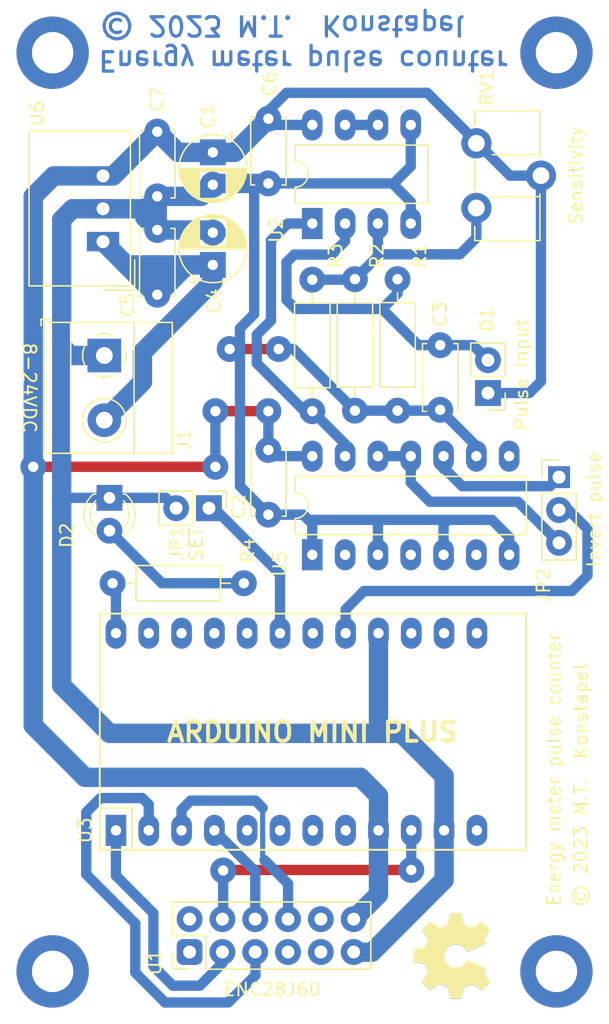
<source format=kicad_pcb>
(kicad_pcb (version 20171130) (host pcbnew 5.1.8-5.1.8)

  (general
    (thickness 1.6)
    (drawings 16)
    (tracks 222)
    (zones 0)
    (modules 28)
    (nets 41)
  )

  (page A4)
  (layers
    (0 F.Cu signal)
    (31 B.Cu signal)
    (32 B.Adhes user)
    (33 F.Adhes user)
    (34 B.Paste user)
    (35 F.Paste user)
    (36 B.SilkS user)
    (37 F.SilkS user)
    (38 B.Mask user)
    (39 F.Mask user)
    (40 Dwgs.User user hide)
    (41 Cmts.User user)
    (42 Eco1.User user)
    (43 Eco2.User user)
    (44 Edge.Cuts user)
    (45 Margin user)
    (46 B.CrtYd user)
    (47 F.CrtYd user hide)
    (48 B.Fab user)
    (49 F.Fab user hide)
  )

  (setup
    (last_trace_width 1.5)
    (user_trace_width 0.4)
    (user_trace_width 0.8)
    (user_trace_width 1.5)
    (user_trace_width 2)
    (trace_clearance 0.2)
    (zone_clearance 0.508)
    (zone_45_only no)
    (trace_min 0.2)
    (via_size 0.8)
    (via_drill 0.4)
    (via_min_size 0.4)
    (via_min_drill 0.3)
    (uvia_size 0.3)
    (uvia_drill 0.1)
    (uvias_allowed no)
    (uvia_min_size 0.2)
    (uvia_min_drill 0.1)
    (edge_width 0.05)
    (segment_width 0.2)
    (pcb_text_width 0.3)
    (pcb_text_size 1.5 1.5)
    (mod_edge_width 0.12)
    (mod_text_size 1 1)
    (mod_text_width 0.15)
    (pad_size 2 2)
    (pad_drill 1)
    (pad_to_mask_clearance 0)
    (aux_axis_origin 0 0)
    (visible_elements FFFFFF7F)
    (pcbplotparams
      (layerselection 0x00020_fffffffe)
      (usegerberextensions false)
      (usegerberattributes true)
      (usegerberadvancedattributes true)
      (creategerberjobfile true)
      (excludeedgelayer true)
      (linewidth 0.100000)
      (plotframeref false)
      (viasonmask false)
      (mode 1)
      (useauxorigin false)
      (hpglpennumber 1)
      (hpglpenspeed 20)
      (hpglpendiameter 15.000000)
      (psnegative false)
      (psa4output false)
      (plotreference true)
      (plotvalue true)
      (plotinvisibletext false)
      (padsonsilk false)
      (subtractmaskfromsilk false)
      (outputformat 4)
      (mirror false)
      (drillshape 1)
      (scaleselection 1)
      (outputdirectory "/home/marcel/Documenten/electronische_projecten/atmega328p_mqtt_energy_meter/MQTT_energy_meter/"))
  )

  (net 0 "")
  (net 1 VCC)
  (net 2 GND)
  (net 3 "Net-(C3-Pad1)")
  (net 4 "Net-(C4-Pad1)")
  (net 5 "Net-(D2-Pad2)")
  (net 6 "Net-(JP1-Pad1)")
  (net 7 "Net-(JP2-Pad1)")
  (net 8 "Net-(JP2-Pad2)")
  (net 9 "Net-(JP2-Pad3)")
  (net 10 "Net-(R2-Pad1)")
  (net 11 "Net-(R3-Pad1)")
  (net 12 "Net-(R4-Pad2)")
  (net 13 "Net-(U1-Pad5)")
  (net 14 "Net-(U1-Pad7)")
  (net 15 "Net-(U1-Pad9)")
  (net 16 "Net-(U1-Pad3)")
  (net 17 "Net-(U1-Pad2)")
  (net 18 "Net-(U1-Pad4)")
  (net 19 "Net-(U1-Pad6)")
  (net 20 "Net-(U1-Pad8)")
  (net 21 "Net-(U1-Pad10)")
  (net 22 "Net-(U2-Pad6)")
  (net 23 "Net-(U3-Pad23)")
  (net 24 "Net-(U3-Pad22)")
  (net 25 "Net-(U3-Pad12)")
  (net 26 "Net-(U3-Pad21)")
  (net 27 "Net-(U3-Pad20)")
  (net 28 "Net-(U3-Pad18)")
  (net 29 "Net-(U3-Pad8)")
  (net 30 "Net-(U3-Pad7)")
  (net 31 "Net-(U3-Pad6)")
  (net 32 "Net-(U3-Pad15)")
  (net 33 "Net-(U3-Pad5)")
  (net 34 "Net-(U3-Pad14)")
  (net 35 "Net-(U3-Pad13)")
  (net 36 "Net-(U5-Pad8)")
  (net 37 "Net-(U5-Pad6)")
  (net 38 "Net-(U5-Pad2)")
  (net 39 "Net-(U5-Pad4)")
  (net 40 "Net-(U1-Pad1)")

  (net_class Default "This is the default net class."
    (clearance 0.2)
    (trace_width 0.25)
    (via_dia 0.8)
    (via_drill 0.4)
    (uvia_dia 0.3)
    (uvia_drill 0.1)
    (add_net GND)
    (add_net "Net-(C3-Pad1)")
    (add_net "Net-(C4-Pad1)")
    (add_net "Net-(D2-Pad2)")
    (add_net "Net-(JP1-Pad1)")
    (add_net "Net-(JP2-Pad1)")
    (add_net "Net-(JP2-Pad2)")
    (add_net "Net-(JP2-Pad3)")
    (add_net "Net-(R2-Pad1)")
    (add_net "Net-(R3-Pad1)")
    (add_net "Net-(R4-Pad2)")
    (add_net "Net-(U1-Pad1)")
    (add_net "Net-(U1-Pad10)")
    (add_net "Net-(U1-Pad2)")
    (add_net "Net-(U1-Pad3)")
    (add_net "Net-(U1-Pad4)")
    (add_net "Net-(U1-Pad5)")
    (add_net "Net-(U1-Pad6)")
    (add_net "Net-(U1-Pad7)")
    (add_net "Net-(U1-Pad8)")
    (add_net "Net-(U1-Pad9)")
    (add_net "Net-(U2-Pad6)")
    (add_net "Net-(U3-Pad12)")
    (add_net "Net-(U3-Pad13)")
    (add_net "Net-(U3-Pad14)")
    (add_net "Net-(U3-Pad15)")
    (add_net "Net-(U3-Pad18)")
    (add_net "Net-(U3-Pad20)")
    (add_net "Net-(U3-Pad21)")
    (add_net "Net-(U3-Pad22)")
    (add_net "Net-(U3-Pad23)")
    (add_net "Net-(U3-Pad5)")
    (add_net "Net-(U3-Pad6)")
    (add_net "Net-(U3-Pad7)")
    (add_net "Net-(U3-Pad8)")
    (add_net "Net-(U5-Pad2)")
    (add_net "Net-(U5-Pad4)")
    (add_net "Net-(U5-Pad6)")
    (add_net "Net-(U5-Pad8)")
    (add_net VCC)
  )

  (module Symbol:OSHW-Symbol_6.7x6mm_SilkScreen (layer F.Cu) (tedit 0) (tstamp 63B33B3B)
    (at 255.7 129.5 90)
    (descr "Open Source Hardware Symbol")
    (tags "Logo Symbol OSHW")
    (attr virtual)
    (fp_text reference REF** (at 0 0 90) (layer F.SilkS) hide
      (effects (font (size 1 1) (thickness 0.15)))
    )
    (fp_text value OSHW-Symbol_6.7x6mm_SilkScreen (at 0.75 0 90) (layer F.Fab) hide
      (effects (font (size 1 1) (thickness 0.15)))
    )
    (fp_poly (pts (xy 0.555814 -2.531069) (xy 0.639635 -2.086445) (xy 0.94892 -1.958947) (xy 1.258206 -1.831449)
      (xy 1.629246 -2.083754) (xy 1.733157 -2.154004) (xy 1.827087 -2.216728) (xy 1.906652 -2.269062)
      (xy 1.96747 -2.308143) (xy 2.005157 -2.331107) (xy 2.015421 -2.336058) (xy 2.03391 -2.323324)
      (xy 2.07342 -2.288118) (xy 2.129522 -2.234938) (xy 2.197787 -2.168282) (xy 2.273786 -2.092646)
      (xy 2.353092 -2.012528) (xy 2.431275 -1.932426) (xy 2.503907 -1.856836) (xy 2.566559 -1.790255)
      (xy 2.614803 -1.737182) (xy 2.64421 -1.702113) (xy 2.651241 -1.690377) (xy 2.641123 -1.66874)
      (xy 2.612759 -1.621338) (xy 2.569129 -1.552807) (xy 2.513218 -1.467785) (xy 2.448006 -1.370907)
      (xy 2.410219 -1.31565) (xy 2.341343 -1.214752) (xy 2.28014 -1.123701) (xy 2.229578 -1.04703)
      (xy 2.192628 -0.989272) (xy 2.172258 -0.954957) (xy 2.169197 -0.947746) (xy 2.176136 -0.927252)
      (xy 2.195051 -0.879487) (xy 2.223087 -0.811168) (xy 2.257391 -0.729011) (xy 2.295109 -0.63973)
      (xy 2.333387 -0.550042) (xy 2.36937 -0.466662) (xy 2.400206 -0.396306) (xy 2.423039 -0.34569)
      (xy 2.435017 -0.321529) (xy 2.435724 -0.320578) (xy 2.454531 -0.315964) (xy 2.504618 -0.305672)
      (xy 2.580793 -0.290713) (xy 2.677865 -0.272099) (xy 2.790643 -0.250841) (xy 2.856442 -0.238582)
      (xy 2.97695 -0.215638) (xy 3.085797 -0.193805) (xy 3.177476 -0.174278) (xy 3.246481 -0.158252)
      (xy 3.287304 -0.146921) (xy 3.295511 -0.143326) (xy 3.303548 -0.118994) (xy 3.310033 -0.064041)
      (xy 3.31497 0.015108) (xy 3.318364 0.112026) (xy 3.320218 0.220287) (xy 3.320538 0.333465)
      (xy 3.319327 0.445135) (xy 3.31659 0.548868) (xy 3.312331 0.638241) (xy 3.306555 0.706826)
      (xy 3.299267 0.748197) (xy 3.294895 0.75681) (xy 3.268764 0.767133) (xy 3.213393 0.781892)
      (xy 3.136107 0.799352) (xy 3.04423 0.81778) (xy 3.012158 0.823741) (xy 2.857524 0.852066)
      (xy 2.735375 0.874876) (xy 2.641673 0.89308) (xy 2.572384 0.907583) (xy 2.523471 0.919292)
      (xy 2.490897 0.929115) (xy 2.470628 0.937956) (xy 2.458626 0.946724) (xy 2.456947 0.948457)
      (xy 2.440184 0.976371) (xy 2.414614 1.030695) (xy 2.382788 1.104777) (xy 2.34726 1.191965)
      (xy 2.310583 1.285608) (xy 2.275311 1.379052) (xy 2.243996 1.465647) (xy 2.219193 1.53874)
      (xy 2.203454 1.591678) (xy 2.199332 1.617811) (xy 2.199676 1.618726) (xy 2.213641 1.640086)
      (xy 2.245322 1.687084) (xy 2.291391 1.754827) (xy 2.348518 1.838423) (xy 2.413373 1.932982)
      (xy 2.431843 1.959854) (xy 2.497699 2.057275) (xy 2.55565 2.146163) (xy 2.602538 2.221412)
      (xy 2.635207 2.27792) (xy 2.6505 2.310581) (xy 2.651241 2.314593) (xy 2.638392 2.335684)
      (xy 2.602888 2.377464) (xy 2.549293 2.435445) (xy 2.482171 2.505135) (xy 2.406087 2.582045)
      (xy 2.325604 2.661683) (xy 2.245287 2.739561) (xy 2.169699 2.811186) (xy 2.103405 2.87207)
      (xy 2.050969 2.917721) (xy 2.016955 2.94365) (xy 2.007545 2.947883) (xy 1.985643 2.937912)
      (xy 1.9408 2.91102) (xy 1.880321 2.871736) (xy 1.833789 2.840117) (xy 1.749475 2.782098)
      (xy 1.649626 2.713784) (xy 1.549473 2.645579) (xy 1.495627 2.609075) (xy 1.313371 2.4858)
      (xy 1.160381 2.56852) (xy 1.090682 2.604759) (xy 1.031414 2.632926) (xy 0.991311 2.648991)
      (xy 0.981103 2.651226) (xy 0.968829 2.634722) (xy 0.944613 2.588082) (xy 0.910263 2.515609)
      (xy 0.867588 2.421606) (xy 0.818394 2.310374) (xy 0.76449 2.186215) (xy 0.707684 2.053432)
      (xy 0.649782 1.916327) (xy 0.592593 1.779202) (xy 0.537924 1.646358) (xy 0.487584 1.522098)
      (xy 0.44338 1.410725) (xy 0.407119 1.316539) (xy 0.380609 1.243844) (xy 0.365658 1.196941)
      (xy 0.363254 1.180833) (xy 0.382311 1.160286) (xy 0.424036 1.126933) (xy 0.479706 1.087702)
      (xy 0.484378 1.084599) (xy 0.628264 0.969423) (xy 0.744283 0.835053) (xy 0.83143 0.685784)
      (xy 0.888699 0.525913) (xy 0.915086 0.359737) (xy 0.909585 0.191552) (xy 0.87119 0.025655)
      (xy 0.798895 -0.133658) (xy 0.777626 -0.168513) (xy 0.666996 -0.309263) (xy 0.536302 -0.422286)
      (xy 0.390064 -0.506997) (xy 0.232808 -0.562806) (xy 0.069057 -0.589126) (xy -0.096667 -0.58537)
      (xy -0.259838 -0.55095) (xy -0.415935 -0.485277) (xy -0.560433 -0.387765) (xy -0.605131 -0.348187)
      (xy -0.718888 -0.224297) (xy -0.801782 -0.093876) (xy -0.858644 0.052315) (xy -0.890313 0.197088)
      (xy -0.898131 0.35986) (xy -0.872062 0.52344) (xy -0.814755 0.682298) (xy -0.728856 0.830906)
      (xy -0.617014 0.963735) (xy -0.481877 1.075256) (xy -0.464117 1.087011) (xy -0.40785 1.125508)
      (xy -0.365077 1.158863) (xy -0.344628 1.18016) (xy -0.344331 1.180833) (xy -0.348721 1.203871)
      (xy -0.366124 1.256157) (xy -0.394732 1.33339) (xy -0.432735 1.431268) (xy -0.478326 1.545491)
      (xy -0.529697 1.671758) (xy -0.585038 1.805767) (xy -0.642542 1.943218) (xy -0.700399 2.079808)
      (xy -0.756802 2.211237) (xy -0.809942 2.333205) (xy -0.85801 2.441409) (xy -0.899199 2.531549)
      (xy -0.931699 2.599323) (xy -0.953703 2.64043) (xy -0.962564 2.651226) (xy -0.98964 2.642819)
      (xy -1.040303 2.620272) (xy -1.105817 2.587613) (xy -1.141841 2.56852) (xy -1.294832 2.4858)
      (xy -1.477088 2.609075) (xy -1.570125 2.672228) (xy -1.671985 2.741727) (xy -1.767438 2.807165)
      (xy -1.81525 2.840117) (xy -1.882495 2.885273) (xy -1.939436 2.921057) (xy -1.978646 2.942938)
      (xy -1.991381 2.947563) (xy -2.009917 2.935085) (xy -2.050941 2.900252) (xy -2.110475 2.846678)
      (xy -2.184542 2.777983) (xy -2.269165 2.697781) (xy -2.322685 2.646286) (xy -2.416319 2.554286)
      (xy -2.497241 2.471999) (xy -2.562177 2.402945) (xy -2.607858 2.350644) (xy -2.631011 2.318616)
      (xy -2.633232 2.312116) (xy -2.622924 2.287394) (xy -2.594439 2.237405) (xy -2.550937 2.167212)
      (xy -2.495577 2.081875) (xy -2.43152 1.986456) (xy -2.413303 1.959854) (xy -2.346927 1.863167)
      (xy -2.287378 1.776117) (xy -2.237984 1.703595) (xy -2.202075 1.650493) (xy -2.182981 1.621703)
      (xy -2.181136 1.618726) (xy -2.183895 1.595782) (xy -2.198538 1.545336) (xy -2.222513 1.474041)
      (xy -2.253266 1.388547) (xy -2.288244 1.295507) (xy -2.324893 1.201574) (xy -2.360661 1.113399)
      (xy -2.392994 1.037634) (xy -2.419338 0.980931) (xy -2.437142 0.949943) (xy -2.438407 0.948457)
      (xy -2.449294 0.939601) (xy -2.467682 0.930843) (xy -2.497606 0.921277) (xy -2.543103 0.909996)
      (xy -2.608209 0.896093) (xy -2.696961 0.878663) (xy -2.813393 0.856798) (xy -2.961542 0.829591)
      (xy -2.993618 0.823741) (xy -3.088686 0.805374) (xy -3.171565 0.787405) (xy -3.23493 0.771569)
      (xy -3.271458 0.7596) (xy -3.276356 0.75681) (xy -3.284427 0.732072) (xy -3.290987 0.67679)
      (xy -3.296033 0.597389) (xy -3.299559 0.500296) (xy -3.301561 0.391938) (xy -3.302036 0.27874)
      (xy -3.300977 0.167128) (xy -3.298382 0.063529) (xy -3.294246 -0.025632) (xy -3.288563 -0.093928)
      (xy -3.281331 -0.134934) (xy -3.276971 -0.143326) (xy -3.252698 -0.151792) (xy -3.197426 -0.165565)
      (xy -3.116662 -0.18345) (xy -3.015912 -0.204252) (xy -2.900683 -0.226777) (xy -2.837902 -0.238582)
      (xy -2.718787 -0.260849) (xy -2.612565 -0.281021) (xy -2.524427 -0.298085) (xy -2.459566 -0.311031)
      (xy -2.423174 -0.318845) (xy -2.417184 -0.320578) (xy -2.407061 -0.34011) (xy -2.385662 -0.387157)
      (xy -2.355839 -0.454997) (xy -2.320445 -0.536909) (xy -2.282332 -0.626172) (xy -2.244353 -0.716065)
      (xy -2.20936 -0.799865) (xy -2.180206 -0.870853) (xy -2.159743 -0.922306) (xy -2.150823 -0.947503)
      (xy -2.150657 -0.948604) (xy -2.160769 -0.968481) (xy -2.189117 -1.014223) (xy -2.232723 -1.081283)
      (xy -2.288606 -1.165116) (xy -2.353787 -1.261174) (xy -2.391679 -1.31635) (xy -2.460725 -1.417519)
      (xy -2.52205 -1.50937) (xy -2.572663 -1.587256) (xy -2.609571 -1.646531) (xy -2.629782 -1.682549)
      (xy -2.632701 -1.690623) (xy -2.620153 -1.709416) (xy -2.585463 -1.749543) (xy -2.533063 -1.806507)
      (xy -2.467384 -1.875815) (xy -2.392856 -1.952969) (xy -2.313913 -2.033475) (xy -2.234983 -2.112837)
      (xy -2.1605 -2.18656) (xy -2.094894 -2.250148) (xy -2.042596 -2.299106) (xy -2.008039 -2.328939)
      (xy -1.996478 -2.336058) (xy -1.977654 -2.326047) (xy -1.932631 -2.297922) (xy -1.865787 -2.254546)
      (xy -1.781499 -2.198782) (xy -1.684144 -2.133494) (xy -1.610707 -2.083754) (xy -1.239667 -1.831449)
      (xy -0.621095 -2.086445) (xy -0.537275 -2.531069) (xy -0.453454 -2.975693) (xy 0.471994 -2.975693)
      (xy 0.555814 -2.531069)) (layer F.SilkS) (width 0.01))
  )

  (module Symbol:OSHW-Symbol_6.7x6mm_Copper (layer B.Cu) (tedit 0) (tstamp 63B33B0E)
    (at 255.7 129.5 270)
    (descr "Open Source Hardware Symbol")
    (tags "Logo Symbol OSHW")
    (attr virtual)
    (fp_text reference REF** (at 0 0 90) (layer B.SilkS) hide
      (effects (font (size 1 1) (thickness 0.15)) (justify mirror))
    )
    (fp_text value OSHW-Symbol_6.7x6mm_Copper (at 0.75 0 90) (layer B.Fab) hide
      (effects (font (size 1 1) (thickness 0.15)) (justify mirror))
    )
    (fp_poly (pts (xy 0.555814 2.531069) (xy 0.639635 2.086445) (xy 0.94892 1.958947) (xy 1.258206 1.831449)
      (xy 1.629246 2.083754) (xy 1.733157 2.154004) (xy 1.827087 2.216728) (xy 1.906652 2.269062)
      (xy 1.96747 2.308143) (xy 2.005157 2.331107) (xy 2.015421 2.336058) (xy 2.03391 2.323324)
      (xy 2.07342 2.288118) (xy 2.129522 2.234938) (xy 2.197787 2.168282) (xy 2.273786 2.092646)
      (xy 2.353092 2.012528) (xy 2.431275 1.932426) (xy 2.503907 1.856836) (xy 2.566559 1.790255)
      (xy 2.614803 1.737182) (xy 2.64421 1.702113) (xy 2.651241 1.690377) (xy 2.641123 1.66874)
      (xy 2.612759 1.621338) (xy 2.569129 1.552807) (xy 2.513218 1.467785) (xy 2.448006 1.370907)
      (xy 2.410219 1.31565) (xy 2.341343 1.214752) (xy 2.28014 1.123701) (xy 2.229578 1.04703)
      (xy 2.192628 0.989272) (xy 2.172258 0.954957) (xy 2.169197 0.947746) (xy 2.176136 0.927252)
      (xy 2.195051 0.879487) (xy 2.223087 0.811168) (xy 2.257391 0.729011) (xy 2.295109 0.63973)
      (xy 2.333387 0.550042) (xy 2.36937 0.466662) (xy 2.400206 0.396306) (xy 2.423039 0.34569)
      (xy 2.435017 0.321529) (xy 2.435724 0.320578) (xy 2.454531 0.315964) (xy 2.504618 0.305672)
      (xy 2.580793 0.290713) (xy 2.677865 0.272099) (xy 2.790643 0.250841) (xy 2.856442 0.238582)
      (xy 2.97695 0.215638) (xy 3.085797 0.193805) (xy 3.177476 0.174278) (xy 3.246481 0.158252)
      (xy 3.287304 0.146921) (xy 3.295511 0.143326) (xy 3.303548 0.118994) (xy 3.310033 0.064041)
      (xy 3.31497 -0.015108) (xy 3.318364 -0.112026) (xy 3.320218 -0.220287) (xy 3.320538 -0.333465)
      (xy 3.319327 -0.445135) (xy 3.31659 -0.548868) (xy 3.312331 -0.638241) (xy 3.306555 -0.706826)
      (xy 3.299267 -0.748197) (xy 3.294895 -0.75681) (xy 3.268764 -0.767133) (xy 3.213393 -0.781892)
      (xy 3.136107 -0.799352) (xy 3.04423 -0.81778) (xy 3.012158 -0.823741) (xy 2.857524 -0.852066)
      (xy 2.735375 -0.874876) (xy 2.641673 -0.89308) (xy 2.572384 -0.907583) (xy 2.523471 -0.919292)
      (xy 2.490897 -0.929115) (xy 2.470628 -0.937956) (xy 2.458626 -0.946724) (xy 2.456947 -0.948457)
      (xy 2.440184 -0.976371) (xy 2.414614 -1.030695) (xy 2.382788 -1.104777) (xy 2.34726 -1.191965)
      (xy 2.310583 -1.285608) (xy 2.275311 -1.379052) (xy 2.243996 -1.465647) (xy 2.219193 -1.53874)
      (xy 2.203454 -1.591678) (xy 2.199332 -1.617811) (xy 2.199676 -1.618726) (xy 2.213641 -1.640086)
      (xy 2.245322 -1.687084) (xy 2.291391 -1.754827) (xy 2.348518 -1.838423) (xy 2.413373 -1.932982)
      (xy 2.431843 -1.959854) (xy 2.497699 -2.057275) (xy 2.55565 -2.146163) (xy 2.602538 -2.221412)
      (xy 2.635207 -2.27792) (xy 2.6505 -2.310581) (xy 2.651241 -2.314593) (xy 2.638392 -2.335684)
      (xy 2.602888 -2.377464) (xy 2.549293 -2.435445) (xy 2.482171 -2.505135) (xy 2.406087 -2.582045)
      (xy 2.325604 -2.661683) (xy 2.245287 -2.739561) (xy 2.169699 -2.811186) (xy 2.103405 -2.87207)
      (xy 2.050969 -2.917721) (xy 2.016955 -2.94365) (xy 2.007545 -2.947883) (xy 1.985643 -2.937912)
      (xy 1.9408 -2.91102) (xy 1.880321 -2.871736) (xy 1.833789 -2.840117) (xy 1.749475 -2.782098)
      (xy 1.649626 -2.713784) (xy 1.549473 -2.645579) (xy 1.495627 -2.609075) (xy 1.313371 -2.4858)
      (xy 1.160381 -2.56852) (xy 1.090682 -2.604759) (xy 1.031414 -2.632926) (xy 0.991311 -2.648991)
      (xy 0.981103 -2.651226) (xy 0.968829 -2.634722) (xy 0.944613 -2.588082) (xy 0.910263 -2.515609)
      (xy 0.867588 -2.421606) (xy 0.818394 -2.310374) (xy 0.76449 -2.186215) (xy 0.707684 -2.053432)
      (xy 0.649782 -1.916327) (xy 0.592593 -1.779202) (xy 0.537924 -1.646358) (xy 0.487584 -1.522098)
      (xy 0.44338 -1.410725) (xy 0.407119 -1.316539) (xy 0.380609 -1.243844) (xy 0.365658 -1.196941)
      (xy 0.363254 -1.180833) (xy 0.382311 -1.160286) (xy 0.424036 -1.126933) (xy 0.479706 -1.087702)
      (xy 0.484378 -1.084599) (xy 0.628264 -0.969423) (xy 0.744283 -0.835053) (xy 0.83143 -0.685784)
      (xy 0.888699 -0.525913) (xy 0.915086 -0.359737) (xy 0.909585 -0.191552) (xy 0.87119 -0.025655)
      (xy 0.798895 0.133658) (xy 0.777626 0.168513) (xy 0.666996 0.309263) (xy 0.536302 0.422286)
      (xy 0.390064 0.506997) (xy 0.232808 0.562806) (xy 0.069057 0.589126) (xy -0.096667 0.58537)
      (xy -0.259838 0.55095) (xy -0.415935 0.485277) (xy -0.560433 0.387765) (xy -0.605131 0.348187)
      (xy -0.718888 0.224297) (xy -0.801782 0.093876) (xy -0.858644 -0.052315) (xy -0.890313 -0.197088)
      (xy -0.898131 -0.35986) (xy -0.872062 -0.52344) (xy -0.814755 -0.682298) (xy -0.728856 -0.830906)
      (xy -0.617014 -0.963735) (xy -0.481877 -1.075256) (xy -0.464117 -1.087011) (xy -0.40785 -1.125508)
      (xy -0.365077 -1.158863) (xy -0.344628 -1.18016) (xy -0.344331 -1.180833) (xy -0.348721 -1.203871)
      (xy -0.366124 -1.256157) (xy -0.394732 -1.33339) (xy -0.432735 -1.431268) (xy -0.478326 -1.545491)
      (xy -0.529697 -1.671758) (xy -0.585038 -1.805767) (xy -0.642542 -1.943218) (xy -0.700399 -2.079808)
      (xy -0.756802 -2.211237) (xy -0.809942 -2.333205) (xy -0.85801 -2.441409) (xy -0.899199 -2.531549)
      (xy -0.931699 -2.599323) (xy -0.953703 -2.64043) (xy -0.962564 -2.651226) (xy -0.98964 -2.642819)
      (xy -1.040303 -2.620272) (xy -1.105817 -2.587613) (xy -1.141841 -2.56852) (xy -1.294832 -2.4858)
      (xy -1.477088 -2.609075) (xy -1.570125 -2.672228) (xy -1.671985 -2.741727) (xy -1.767438 -2.807165)
      (xy -1.81525 -2.840117) (xy -1.882495 -2.885273) (xy -1.939436 -2.921057) (xy -1.978646 -2.942938)
      (xy -1.991381 -2.947563) (xy -2.009917 -2.935085) (xy -2.050941 -2.900252) (xy -2.110475 -2.846678)
      (xy -2.184542 -2.777983) (xy -2.269165 -2.697781) (xy -2.322685 -2.646286) (xy -2.416319 -2.554286)
      (xy -2.497241 -2.471999) (xy -2.562177 -2.402945) (xy -2.607858 -2.350644) (xy -2.631011 -2.318616)
      (xy -2.633232 -2.312116) (xy -2.622924 -2.287394) (xy -2.594439 -2.237405) (xy -2.550937 -2.167212)
      (xy -2.495577 -2.081875) (xy -2.43152 -1.986456) (xy -2.413303 -1.959854) (xy -2.346927 -1.863167)
      (xy -2.287378 -1.776117) (xy -2.237984 -1.703595) (xy -2.202075 -1.650493) (xy -2.182981 -1.621703)
      (xy -2.181136 -1.618726) (xy -2.183895 -1.595782) (xy -2.198538 -1.545336) (xy -2.222513 -1.474041)
      (xy -2.253266 -1.388547) (xy -2.288244 -1.295507) (xy -2.324893 -1.201574) (xy -2.360661 -1.113399)
      (xy -2.392994 -1.037634) (xy -2.419338 -0.980931) (xy -2.437142 -0.949943) (xy -2.438407 -0.948457)
      (xy -2.449294 -0.939601) (xy -2.467682 -0.930843) (xy -2.497606 -0.921277) (xy -2.543103 -0.909996)
      (xy -2.608209 -0.896093) (xy -2.696961 -0.878663) (xy -2.813393 -0.856798) (xy -2.961542 -0.829591)
      (xy -2.993618 -0.823741) (xy -3.088686 -0.805374) (xy -3.171565 -0.787405) (xy -3.23493 -0.771569)
      (xy -3.271458 -0.7596) (xy -3.276356 -0.75681) (xy -3.284427 -0.732072) (xy -3.290987 -0.67679)
      (xy -3.296033 -0.597389) (xy -3.299559 -0.500296) (xy -3.301561 -0.391938) (xy -3.302036 -0.27874)
      (xy -3.300977 -0.167128) (xy -3.298382 -0.063529) (xy -3.294246 0.025632) (xy -3.288563 0.093928)
      (xy -3.281331 0.134934) (xy -3.276971 0.143326) (xy -3.252698 0.151792) (xy -3.197426 0.165565)
      (xy -3.116662 0.18345) (xy -3.015912 0.204252) (xy -2.900683 0.226777) (xy -2.837902 0.238582)
      (xy -2.718787 0.260849) (xy -2.612565 0.281021) (xy -2.524427 0.298085) (xy -2.459566 0.311031)
      (xy -2.423174 0.318845) (xy -2.417184 0.320578) (xy -2.407061 0.34011) (xy -2.385662 0.387157)
      (xy -2.355839 0.454997) (xy -2.320445 0.536909) (xy -2.282332 0.626172) (xy -2.244353 0.716065)
      (xy -2.20936 0.799865) (xy -2.180206 0.870853) (xy -2.159743 0.922306) (xy -2.150823 0.947503)
      (xy -2.150657 0.948604) (xy -2.160769 0.968481) (xy -2.189117 1.014223) (xy -2.232723 1.081283)
      (xy -2.288606 1.165116) (xy -2.353787 1.261174) (xy -2.391679 1.31635) (xy -2.460725 1.417519)
      (xy -2.52205 1.50937) (xy -2.572663 1.587256) (xy -2.609571 1.646531) (xy -2.629782 1.682549)
      (xy -2.632701 1.690623) (xy -2.620153 1.709416) (xy -2.585463 1.749543) (xy -2.533063 1.806507)
      (xy -2.467384 1.875815) (xy -2.392856 1.952969) (xy -2.313913 2.033475) (xy -2.234983 2.112837)
      (xy -2.1605 2.18656) (xy -2.094894 2.250148) (xy -2.042596 2.299106) (xy -2.008039 2.328939)
      (xy -1.996478 2.336058) (xy -1.977654 2.326047) (xy -1.932631 2.297922) (xy -1.865787 2.254546)
      (xy -1.781499 2.198782) (xy -1.684144 2.133494) (xy -1.610707 2.083754) (xy -1.239667 1.831449)
      (xy -0.621095 2.086445) (xy -0.537275 2.531069) (xy -0.453454 2.975693) (xy 0.471994 2.975693)
      (xy 0.555814 2.531069)) (layer B.Cu) (width 0.01))
  )

  (module Capacitor_THT:CP_Radial_D5.0mm_P2.50mm (layer F.Cu) (tedit 63B2E029) (tstamp 63B33E9D)
    (at 237.2 67.4 270)
    (descr "CP, Radial series, Radial, pin pitch=2.50mm, , diameter=5mm, Electrolytic Capacitor")
    (tags "CP Radial series Radial pin pitch 2.50mm  diameter 5mm Electrolytic Capacitor")
    (path /637E7E46)
    (fp_text reference C1 (at -2.8 0.4 90) (layer F.SilkS)
      (effects (font (size 1 1) (thickness 0.15)))
    )
    (fp_text value 10U (at 1.25 3.75 90) (layer F.Fab)
      (effects (font (size 1 1) (thickness 0.15)))
    )
    (fp_circle (center 1.25 0) (end 3.75 0) (layer F.Fab) (width 0.1))
    (fp_circle (center 1.25 0) (end 3.87 0) (layer F.SilkS) (width 0.12))
    (fp_circle (center 1.25 0) (end 4 0) (layer F.CrtYd) (width 0.05))
    (fp_line (start -0.883605 -1.0875) (end -0.383605 -1.0875) (layer F.Fab) (width 0.1))
    (fp_line (start -0.633605 -1.3375) (end -0.633605 -0.8375) (layer F.Fab) (width 0.1))
    (fp_line (start 1.25 -2.58) (end 1.25 2.58) (layer F.SilkS) (width 0.12))
    (fp_line (start 1.29 -2.58) (end 1.29 2.58) (layer F.SilkS) (width 0.12))
    (fp_line (start 1.33 -2.579) (end 1.33 2.579) (layer F.SilkS) (width 0.12))
    (fp_line (start 1.37 -2.578) (end 1.37 2.578) (layer F.SilkS) (width 0.12))
    (fp_line (start 1.41 -2.576) (end 1.41 2.576) (layer F.SilkS) (width 0.12))
    (fp_line (start 1.45 -2.573) (end 1.45 2.573) (layer F.SilkS) (width 0.12))
    (fp_line (start 1.49 -2.569) (end 1.49 -1.04) (layer F.SilkS) (width 0.12))
    (fp_line (start 1.49 1.04) (end 1.49 2.569) (layer F.SilkS) (width 0.12))
    (fp_line (start 1.53 -2.565) (end 1.53 -1.04) (layer F.SilkS) (width 0.12))
    (fp_line (start 1.53 1.04) (end 1.53 2.565) (layer F.SilkS) (width 0.12))
    (fp_line (start 1.57 -2.561) (end 1.57 -1.04) (layer F.SilkS) (width 0.12))
    (fp_line (start 1.57 1.04) (end 1.57 2.561) (layer F.SilkS) (width 0.12))
    (fp_line (start 1.61 -2.556) (end 1.61 -1.04) (layer F.SilkS) (width 0.12))
    (fp_line (start 1.61 1.04) (end 1.61 2.556) (layer F.SilkS) (width 0.12))
    (fp_line (start 1.65 -2.55) (end 1.65 -1.04) (layer F.SilkS) (width 0.12))
    (fp_line (start 1.65 1.04) (end 1.65 2.55) (layer F.SilkS) (width 0.12))
    (fp_line (start 1.69 -2.543) (end 1.69 -1.04) (layer F.SilkS) (width 0.12))
    (fp_line (start 1.69 1.04) (end 1.69 2.543) (layer F.SilkS) (width 0.12))
    (fp_line (start 1.73 -2.536) (end 1.73 -1.04) (layer F.SilkS) (width 0.12))
    (fp_line (start 1.73 1.04) (end 1.73 2.536) (layer F.SilkS) (width 0.12))
    (fp_line (start 1.77 -2.528) (end 1.77 -1.04) (layer F.SilkS) (width 0.12))
    (fp_line (start 1.77 1.04) (end 1.77 2.528) (layer F.SilkS) (width 0.12))
    (fp_line (start 1.81 -2.52) (end 1.81 -1.04) (layer F.SilkS) (width 0.12))
    (fp_line (start 1.81 1.04) (end 1.81 2.52) (layer F.SilkS) (width 0.12))
    (fp_line (start 1.85 -2.511) (end 1.85 -1.04) (layer F.SilkS) (width 0.12))
    (fp_line (start 1.85 1.04) (end 1.85 2.511) (layer F.SilkS) (width 0.12))
    (fp_line (start 1.89 -2.501) (end 1.89 -1.04) (layer F.SilkS) (width 0.12))
    (fp_line (start 1.89 1.04) (end 1.89 2.501) (layer F.SilkS) (width 0.12))
    (fp_line (start 1.93 -2.491) (end 1.93 -1.04) (layer F.SilkS) (width 0.12))
    (fp_line (start 1.93 1.04) (end 1.93 2.491) (layer F.SilkS) (width 0.12))
    (fp_line (start 1.971 -2.48) (end 1.971 -1.04) (layer F.SilkS) (width 0.12))
    (fp_line (start 1.971 1.04) (end 1.971 2.48) (layer F.SilkS) (width 0.12))
    (fp_line (start 2.011 -2.468) (end 2.011 -1.04) (layer F.SilkS) (width 0.12))
    (fp_line (start 2.011 1.04) (end 2.011 2.468) (layer F.SilkS) (width 0.12))
    (fp_line (start 2.051 -2.455) (end 2.051 -1.04) (layer F.SilkS) (width 0.12))
    (fp_line (start 2.051 1.04) (end 2.051 2.455) (layer F.SilkS) (width 0.12))
    (fp_line (start 2.091 -2.442) (end 2.091 -1.04) (layer F.SilkS) (width 0.12))
    (fp_line (start 2.091 1.04) (end 2.091 2.442) (layer F.SilkS) (width 0.12))
    (fp_line (start 2.131 -2.428) (end 2.131 -1.04) (layer F.SilkS) (width 0.12))
    (fp_line (start 2.131 1.04) (end 2.131 2.428) (layer F.SilkS) (width 0.12))
    (fp_line (start 2.171 -2.414) (end 2.171 -1.04) (layer F.SilkS) (width 0.12))
    (fp_line (start 2.171 1.04) (end 2.171 2.414) (layer F.SilkS) (width 0.12))
    (fp_line (start 2.211 -2.398) (end 2.211 -1.04) (layer F.SilkS) (width 0.12))
    (fp_line (start 2.211 1.04) (end 2.211 2.398) (layer F.SilkS) (width 0.12))
    (fp_line (start 2.251 -2.382) (end 2.251 -1.04) (layer F.SilkS) (width 0.12))
    (fp_line (start 2.251 1.04) (end 2.251 2.382) (layer F.SilkS) (width 0.12))
    (fp_line (start 2.291 -2.365) (end 2.291 -1.04) (layer F.SilkS) (width 0.12))
    (fp_line (start 2.291 1.04) (end 2.291 2.365) (layer F.SilkS) (width 0.12))
    (fp_line (start 2.331 -2.348) (end 2.331 -1.04) (layer F.SilkS) (width 0.12))
    (fp_line (start 2.331 1.04) (end 2.331 2.348) (layer F.SilkS) (width 0.12))
    (fp_line (start 2.371 -2.329) (end 2.371 -1.04) (layer F.SilkS) (width 0.12))
    (fp_line (start 2.371 1.04) (end 2.371 2.329) (layer F.SilkS) (width 0.12))
    (fp_line (start 2.411 -2.31) (end 2.411 -1.04) (layer F.SilkS) (width 0.12))
    (fp_line (start 2.411 1.04) (end 2.411 2.31) (layer F.SilkS) (width 0.12))
    (fp_line (start 2.451 -2.29) (end 2.451 -1.04) (layer F.SilkS) (width 0.12))
    (fp_line (start 2.451 1.04) (end 2.451 2.29) (layer F.SilkS) (width 0.12))
    (fp_line (start 2.491 -2.268) (end 2.491 -1.04) (layer F.SilkS) (width 0.12))
    (fp_line (start 2.491 1.04) (end 2.491 2.268) (layer F.SilkS) (width 0.12))
    (fp_line (start 2.531 -2.247) (end 2.531 -1.04) (layer F.SilkS) (width 0.12))
    (fp_line (start 2.531 1.04) (end 2.531 2.247) (layer F.SilkS) (width 0.12))
    (fp_line (start 2.571 -2.224) (end 2.571 -1.04) (layer F.SilkS) (width 0.12))
    (fp_line (start 2.571 1.04) (end 2.571 2.224) (layer F.SilkS) (width 0.12))
    (fp_line (start 2.611 -2.2) (end 2.611 -1.04) (layer F.SilkS) (width 0.12))
    (fp_line (start 2.611 1.04) (end 2.611 2.2) (layer F.SilkS) (width 0.12))
    (fp_line (start 2.651 -2.175) (end 2.651 -1.04) (layer F.SilkS) (width 0.12))
    (fp_line (start 2.651 1.04) (end 2.651 2.175) (layer F.SilkS) (width 0.12))
    (fp_line (start 2.691 -2.149) (end 2.691 -1.04) (layer F.SilkS) (width 0.12))
    (fp_line (start 2.691 1.04) (end 2.691 2.149) (layer F.SilkS) (width 0.12))
    (fp_line (start 2.731 -2.122) (end 2.731 -1.04) (layer F.SilkS) (width 0.12))
    (fp_line (start 2.731 1.04) (end 2.731 2.122) (layer F.SilkS) (width 0.12))
    (fp_line (start 2.771 -2.095) (end 2.771 -1.04) (layer F.SilkS) (width 0.12))
    (fp_line (start 2.771 1.04) (end 2.771 2.095) (layer F.SilkS) (width 0.12))
    (fp_line (start 2.811 -2.065) (end 2.811 -1.04) (layer F.SilkS) (width 0.12))
    (fp_line (start 2.811 1.04) (end 2.811 2.065) (layer F.SilkS) (width 0.12))
    (fp_line (start 2.851 -2.035) (end 2.851 -1.04) (layer F.SilkS) (width 0.12))
    (fp_line (start 2.851 1.04) (end 2.851 2.035) (layer F.SilkS) (width 0.12))
    (fp_line (start 2.891 -2.004) (end 2.891 -1.04) (layer F.SilkS) (width 0.12))
    (fp_line (start 2.891 1.04) (end 2.891 2.004) (layer F.SilkS) (width 0.12))
    (fp_line (start 2.931 -1.971) (end 2.931 -1.04) (layer F.SilkS) (width 0.12))
    (fp_line (start 2.931 1.04) (end 2.931 1.971) (layer F.SilkS) (width 0.12))
    (fp_line (start 2.971 -1.937) (end 2.971 -1.04) (layer F.SilkS) (width 0.12))
    (fp_line (start 2.971 1.04) (end 2.971 1.937) (layer F.SilkS) (width 0.12))
    (fp_line (start 3.011 -1.901) (end 3.011 -1.04) (layer F.SilkS) (width 0.12))
    (fp_line (start 3.011 1.04) (end 3.011 1.901) (layer F.SilkS) (width 0.12))
    (fp_line (start 3.051 -1.864) (end 3.051 -1.04) (layer F.SilkS) (width 0.12))
    (fp_line (start 3.051 1.04) (end 3.051 1.864) (layer F.SilkS) (width 0.12))
    (fp_line (start 3.091 -1.826) (end 3.091 -1.04) (layer F.SilkS) (width 0.12))
    (fp_line (start 3.091 1.04) (end 3.091 1.826) (layer F.SilkS) (width 0.12))
    (fp_line (start 3.131 -1.785) (end 3.131 -1.04) (layer F.SilkS) (width 0.12))
    (fp_line (start 3.131 1.04) (end 3.131 1.785) (layer F.SilkS) (width 0.12))
    (fp_line (start 3.171 -1.743) (end 3.171 -1.04) (layer F.SilkS) (width 0.12))
    (fp_line (start 3.171 1.04) (end 3.171 1.743) (layer F.SilkS) (width 0.12))
    (fp_line (start 3.211 -1.699) (end 3.211 -1.04) (layer F.SilkS) (width 0.12))
    (fp_line (start 3.211 1.04) (end 3.211 1.699) (layer F.SilkS) (width 0.12))
    (fp_line (start 3.251 -1.653) (end 3.251 -1.04) (layer F.SilkS) (width 0.12))
    (fp_line (start 3.251 1.04) (end 3.251 1.653) (layer F.SilkS) (width 0.12))
    (fp_line (start 3.291 -1.605) (end 3.291 -1.04) (layer F.SilkS) (width 0.12))
    (fp_line (start 3.291 1.04) (end 3.291 1.605) (layer F.SilkS) (width 0.12))
    (fp_line (start 3.331 -1.554) (end 3.331 -1.04) (layer F.SilkS) (width 0.12))
    (fp_line (start 3.331 1.04) (end 3.331 1.554) (layer F.SilkS) (width 0.12))
    (fp_line (start 3.371 -1.5) (end 3.371 -1.04) (layer F.SilkS) (width 0.12))
    (fp_line (start 3.371 1.04) (end 3.371 1.5) (layer F.SilkS) (width 0.12))
    (fp_line (start 3.411 -1.443) (end 3.411 -1.04) (layer F.SilkS) (width 0.12))
    (fp_line (start 3.411 1.04) (end 3.411 1.443) (layer F.SilkS) (width 0.12))
    (fp_line (start 3.451 -1.383) (end 3.451 -1.04) (layer F.SilkS) (width 0.12))
    (fp_line (start 3.451 1.04) (end 3.451 1.383) (layer F.SilkS) (width 0.12))
    (fp_line (start 3.491 -1.319) (end 3.491 -1.04) (layer F.SilkS) (width 0.12))
    (fp_line (start 3.491 1.04) (end 3.491 1.319) (layer F.SilkS) (width 0.12))
    (fp_line (start 3.531 -1.251) (end 3.531 -1.04) (layer F.SilkS) (width 0.12))
    (fp_line (start 3.531 1.04) (end 3.531 1.251) (layer F.SilkS) (width 0.12))
    (fp_line (start 3.571 -1.178) (end 3.571 1.178) (layer F.SilkS) (width 0.12))
    (fp_line (start 3.611 -1.098) (end 3.611 1.098) (layer F.SilkS) (width 0.12))
    (fp_line (start 3.651 -1.011) (end 3.651 1.011) (layer F.SilkS) (width 0.12))
    (fp_line (start 3.691 -0.915) (end 3.691 0.915) (layer F.SilkS) (width 0.12))
    (fp_line (start 3.731 -0.805) (end 3.731 0.805) (layer F.SilkS) (width 0.12))
    (fp_line (start 3.771 -0.677) (end 3.771 0.677) (layer F.SilkS) (width 0.12))
    (fp_line (start 3.811 -0.518) (end 3.811 0.518) (layer F.SilkS) (width 0.12))
    (fp_line (start 3.851 -0.284) (end 3.851 0.284) (layer F.SilkS) (width 0.12))
    (fp_line (start -1.554775 -1.475) (end -1.054775 -1.475) (layer F.SilkS) (width 0.12))
    (fp_line (start -1.304775 -1.725) (end -1.304775 -1.225) (layer F.SilkS) (width 0.12))
    (fp_text user %R (at 1.25 0 90) (layer F.Fab)
      (effects (font (size 1 1) (thickness 0.15)))
    )
    (pad 1 thru_hole rect (at 0 0 270) (size 2 2) (drill 0.8) (layers *.Cu *.Mask)
      (net 1 VCC))
    (pad 2 thru_hole circle (at 2.5 0 270) (size 2 2) (drill 0.8) (layers *.Cu *.Mask)
      (net 2 GND))
    (model ${KISYS3DMOD}/Capacitor_THT.3dshapes/CP_Radial_D5.0mm_P2.50mm.wrl
      (at (xyz 0 0 0))
      (scale (xyz 1 1 1))
      (rotate (xyz 0 0 0))
    )
  )

  (module Capacitor_THT:C_Disc_D5.0mm_W2.5mm_P5.00mm (layer F.Cu) (tedit 63B2E009) (tstamp 63B331D3)
    (at 241.5 90.4 270)
    (descr "C, Disc series, Radial, pin pitch=5.00mm, , diameter*width=5*2.5mm^2, Capacitor, http://cdn-reichelt.de/documents/datenblatt/B300/DS_KERKO_TC.pdf")
    (tags "C Disc series Radial pin pitch 5.00mm  diameter 5mm width 2.5mm Capacitor")
    (path /637DF69F)
    (fp_text reference C2 (at 4.4 2.3 90) (layer F.SilkS)
      (effects (font (size 1 1) (thickness 0.15)))
    )
    (fp_text value 100n (at 2.5 2.5 90) (layer F.Fab)
      (effects (font (size 1 1) (thickness 0.15)))
    )
    (fp_line (start 0 -1.25) (end 0 1.25) (layer F.Fab) (width 0.1))
    (fp_line (start 0 1.25) (end 5 1.25) (layer F.Fab) (width 0.1))
    (fp_line (start 5 1.25) (end 5 -1.25) (layer F.Fab) (width 0.1))
    (fp_line (start 5 -1.25) (end 0 -1.25) (layer F.Fab) (width 0.1))
    (fp_line (start -0.12 -1.37) (end 5.12 -1.37) (layer F.SilkS) (width 0.12))
    (fp_line (start -0.12 1.37) (end 5.12 1.37) (layer F.SilkS) (width 0.12))
    (fp_line (start -0.12 -1.37) (end -0.12 -1.055) (layer F.SilkS) (width 0.12))
    (fp_line (start -0.12 1.055) (end -0.12 1.37) (layer F.SilkS) (width 0.12))
    (fp_line (start 5.12 -1.37) (end 5.12 -1.055) (layer F.SilkS) (width 0.12))
    (fp_line (start 5.12 1.055) (end 5.12 1.37) (layer F.SilkS) (width 0.12))
    (fp_line (start -1.05 -1.5) (end -1.05 1.5) (layer F.CrtYd) (width 0.05))
    (fp_line (start -1.05 1.5) (end 6.05 1.5) (layer F.CrtYd) (width 0.05))
    (fp_line (start 6.05 1.5) (end 6.05 -1.5) (layer F.CrtYd) (width 0.05))
    (fp_line (start 6.05 -1.5) (end -1.05 -1.5) (layer F.CrtYd) (width 0.05))
    (fp_text user %R (at 2.5 0 90) (layer F.Fab)
      (effects (font (size 1 1) (thickness 0.15)))
    )
    (pad 1 thru_hole circle (at 0 0 270) (size 2 2) (drill 0.8) (layers *.Cu *.Mask)
      (net 1 VCC))
    (pad 2 thru_hole circle (at 5 0 270) (size 2 2) (drill 0.8) (layers *.Cu *.Mask)
      (net 2 GND))
    (model ${KISYS3DMOD}/Capacitor_THT.3dshapes/C_Disc_D5.0mm_W2.5mm_P5.00mm.wrl
      (at (xyz 0 0 0))
      (scale (xyz 1 1 1))
      (rotate (xyz 0 0 0))
    )
  )

  (module Capacitor_THT:C_Disc_D5.0mm_W2.5mm_P5.00mm (layer F.Cu) (tedit 63B2DFF7) (tstamp 63B331E8)
    (at 254.8 82.3 270)
    (descr "C, Disc series, Radial, pin pitch=5.00mm, , diameter*width=5*2.5mm^2, Capacitor, http://cdn-reichelt.de/documents/datenblatt/B300/DS_KERKO_TC.pdf")
    (tags "C Disc series Radial pin pitch 5.00mm  diameter 5mm width 2.5mm Capacitor")
    (path /6398D053)
    (fp_text reference C3 (at -2.4 0 90) (layer F.SilkS)
      (effects (font (size 1 1) (thickness 0.15)))
    )
    (fp_text value 100n (at 2.5 2.5 90) (layer F.Fab)
      (effects (font (size 1 1) (thickness 0.15)))
    )
    (fp_line (start 0 -1.25) (end 0 1.25) (layer F.Fab) (width 0.1))
    (fp_line (start 0 1.25) (end 5 1.25) (layer F.Fab) (width 0.1))
    (fp_line (start 5 1.25) (end 5 -1.25) (layer F.Fab) (width 0.1))
    (fp_line (start 5 -1.25) (end 0 -1.25) (layer F.Fab) (width 0.1))
    (fp_line (start -0.12 -1.37) (end 5.12 -1.37) (layer F.SilkS) (width 0.12))
    (fp_line (start -0.12 1.37) (end 5.12 1.37) (layer F.SilkS) (width 0.12))
    (fp_line (start -0.12 -1.37) (end -0.12 -1.055) (layer F.SilkS) (width 0.12))
    (fp_line (start -0.12 1.055) (end -0.12 1.37) (layer F.SilkS) (width 0.12))
    (fp_line (start 5.12 -1.37) (end 5.12 -1.055) (layer F.SilkS) (width 0.12))
    (fp_line (start 5.12 1.055) (end 5.12 1.37) (layer F.SilkS) (width 0.12))
    (fp_line (start -1.05 -1.5) (end -1.05 1.5) (layer F.CrtYd) (width 0.05))
    (fp_line (start -1.05 1.5) (end 6.05 1.5) (layer F.CrtYd) (width 0.05))
    (fp_line (start 6.05 1.5) (end 6.05 -1.5) (layer F.CrtYd) (width 0.05))
    (fp_line (start 6.05 -1.5) (end -1.05 -1.5) (layer F.CrtYd) (width 0.05))
    (fp_text user %R (at 2.5 0 90) (layer F.Fab)
      (effects (font (size 1 1) (thickness 0.15)))
    )
    (pad 1 thru_hole circle (at 0 0 270) (size 2 2) (drill 0.8) (layers *.Cu *.Mask)
      (net 3 "Net-(C3-Pad1)"))
    (pad 2 thru_hole circle (at 5 0 270) (size 2 2) (drill 0.8) (layers *.Cu *.Mask)
      (net 2 GND))
    (model ${KISYS3DMOD}/Capacitor_THT.3dshapes/C_Disc_D5.0mm_W2.5mm_P5.00mm.wrl
      (at (xyz 0 0 0))
      (scale (xyz 1 1 1))
      (rotate (xyz 0 0 0))
    )
  )

  (module Capacitor_THT:CP_Radial_D5.0mm_P2.50mm (layer F.Cu) (tedit 63B2E030) (tstamp 63B3326C)
    (at 237.2 76.1 90)
    (descr "CP, Radial series, Radial, pin pitch=2.50mm, , diameter=5mm, Electrolytic Capacitor")
    (tags "CP Radial series Radial pin pitch 2.50mm  diameter 5mm Electrolytic Capacitor")
    (path /639134F2)
    (fp_text reference C4 (at -2.8 0.1 90) (layer F.SilkS)
      (effects (font (size 1 1) (thickness 0.15)))
    )
    (fp_text value 10U (at 1.25 3.75 90) (layer F.Fab)
      (effects (font (size 1 1) (thickness 0.15)))
    )
    (fp_line (start -1.304775 -1.725) (end -1.304775 -1.225) (layer F.SilkS) (width 0.12))
    (fp_line (start -1.554775 -1.475) (end -1.054775 -1.475) (layer F.SilkS) (width 0.12))
    (fp_line (start 3.851 -0.284) (end 3.851 0.284) (layer F.SilkS) (width 0.12))
    (fp_line (start 3.811 -0.518) (end 3.811 0.518) (layer F.SilkS) (width 0.12))
    (fp_line (start 3.771 -0.677) (end 3.771 0.677) (layer F.SilkS) (width 0.12))
    (fp_line (start 3.731 -0.805) (end 3.731 0.805) (layer F.SilkS) (width 0.12))
    (fp_line (start 3.691 -0.915) (end 3.691 0.915) (layer F.SilkS) (width 0.12))
    (fp_line (start 3.651 -1.011) (end 3.651 1.011) (layer F.SilkS) (width 0.12))
    (fp_line (start 3.611 -1.098) (end 3.611 1.098) (layer F.SilkS) (width 0.12))
    (fp_line (start 3.571 -1.178) (end 3.571 1.178) (layer F.SilkS) (width 0.12))
    (fp_line (start 3.531 1.04) (end 3.531 1.251) (layer F.SilkS) (width 0.12))
    (fp_line (start 3.531 -1.251) (end 3.531 -1.04) (layer F.SilkS) (width 0.12))
    (fp_line (start 3.491 1.04) (end 3.491 1.319) (layer F.SilkS) (width 0.12))
    (fp_line (start 3.491 -1.319) (end 3.491 -1.04) (layer F.SilkS) (width 0.12))
    (fp_line (start 3.451 1.04) (end 3.451 1.383) (layer F.SilkS) (width 0.12))
    (fp_line (start 3.451 -1.383) (end 3.451 -1.04) (layer F.SilkS) (width 0.12))
    (fp_line (start 3.411 1.04) (end 3.411 1.443) (layer F.SilkS) (width 0.12))
    (fp_line (start 3.411 -1.443) (end 3.411 -1.04) (layer F.SilkS) (width 0.12))
    (fp_line (start 3.371 1.04) (end 3.371 1.5) (layer F.SilkS) (width 0.12))
    (fp_line (start 3.371 -1.5) (end 3.371 -1.04) (layer F.SilkS) (width 0.12))
    (fp_line (start 3.331 1.04) (end 3.331 1.554) (layer F.SilkS) (width 0.12))
    (fp_line (start 3.331 -1.554) (end 3.331 -1.04) (layer F.SilkS) (width 0.12))
    (fp_line (start 3.291 1.04) (end 3.291 1.605) (layer F.SilkS) (width 0.12))
    (fp_line (start 3.291 -1.605) (end 3.291 -1.04) (layer F.SilkS) (width 0.12))
    (fp_line (start 3.251 1.04) (end 3.251 1.653) (layer F.SilkS) (width 0.12))
    (fp_line (start 3.251 -1.653) (end 3.251 -1.04) (layer F.SilkS) (width 0.12))
    (fp_line (start 3.211 1.04) (end 3.211 1.699) (layer F.SilkS) (width 0.12))
    (fp_line (start 3.211 -1.699) (end 3.211 -1.04) (layer F.SilkS) (width 0.12))
    (fp_line (start 3.171 1.04) (end 3.171 1.743) (layer F.SilkS) (width 0.12))
    (fp_line (start 3.171 -1.743) (end 3.171 -1.04) (layer F.SilkS) (width 0.12))
    (fp_line (start 3.131 1.04) (end 3.131 1.785) (layer F.SilkS) (width 0.12))
    (fp_line (start 3.131 -1.785) (end 3.131 -1.04) (layer F.SilkS) (width 0.12))
    (fp_line (start 3.091 1.04) (end 3.091 1.826) (layer F.SilkS) (width 0.12))
    (fp_line (start 3.091 -1.826) (end 3.091 -1.04) (layer F.SilkS) (width 0.12))
    (fp_line (start 3.051 1.04) (end 3.051 1.864) (layer F.SilkS) (width 0.12))
    (fp_line (start 3.051 -1.864) (end 3.051 -1.04) (layer F.SilkS) (width 0.12))
    (fp_line (start 3.011 1.04) (end 3.011 1.901) (layer F.SilkS) (width 0.12))
    (fp_line (start 3.011 -1.901) (end 3.011 -1.04) (layer F.SilkS) (width 0.12))
    (fp_line (start 2.971 1.04) (end 2.971 1.937) (layer F.SilkS) (width 0.12))
    (fp_line (start 2.971 -1.937) (end 2.971 -1.04) (layer F.SilkS) (width 0.12))
    (fp_line (start 2.931 1.04) (end 2.931 1.971) (layer F.SilkS) (width 0.12))
    (fp_line (start 2.931 -1.971) (end 2.931 -1.04) (layer F.SilkS) (width 0.12))
    (fp_line (start 2.891 1.04) (end 2.891 2.004) (layer F.SilkS) (width 0.12))
    (fp_line (start 2.891 -2.004) (end 2.891 -1.04) (layer F.SilkS) (width 0.12))
    (fp_line (start 2.851 1.04) (end 2.851 2.035) (layer F.SilkS) (width 0.12))
    (fp_line (start 2.851 -2.035) (end 2.851 -1.04) (layer F.SilkS) (width 0.12))
    (fp_line (start 2.811 1.04) (end 2.811 2.065) (layer F.SilkS) (width 0.12))
    (fp_line (start 2.811 -2.065) (end 2.811 -1.04) (layer F.SilkS) (width 0.12))
    (fp_line (start 2.771 1.04) (end 2.771 2.095) (layer F.SilkS) (width 0.12))
    (fp_line (start 2.771 -2.095) (end 2.771 -1.04) (layer F.SilkS) (width 0.12))
    (fp_line (start 2.731 1.04) (end 2.731 2.122) (layer F.SilkS) (width 0.12))
    (fp_line (start 2.731 -2.122) (end 2.731 -1.04) (layer F.SilkS) (width 0.12))
    (fp_line (start 2.691 1.04) (end 2.691 2.149) (layer F.SilkS) (width 0.12))
    (fp_line (start 2.691 -2.149) (end 2.691 -1.04) (layer F.SilkS) (width 0.12))
    (fp_line (start 2.651 1.04) (end 2.651 2.175) (layer F.SilkS) (width 0.12))
    (fp_line (start 2.651 -2.175) (end 2.651 -1.04) (layer F.SilkS) (width 0.12))
    (fp_line (start 2.611 1.04) (end 2.611 2.2) (layer F.SilkS) (width 0.12))
    (fp_line (start 2.611 -2.2) (end 2.611 -1.04) (layer F.SilkS) (width 0.12))
    (fp_line (start 2.571 1.04) (end 2.571 2.224) (layer F.SilkS) (width 0.12))
    (fp_line (start 2.571 -2.224) (end 2.571 -1.04) (layer F.SilkS) (width 0.12))
    (fp_line (start 2.531 1.04) (end 2.531 2.247) (layer F.SilkS) (width 0.12))
    (fp_line (start 2.531 -2.247) (end 2.531 -1.04) (layer F.SilkS) (width 0.12))
    (fp_line (start 2.491 1.04) (end 2.491 2.268) (layer F.SilkS) (width 0.12))
    (fp_line (start 2.491 -2.268) (end 2.491 -1.04) (layer F.SilkS) (width 0.12))
    (fp_line (start 2.451 1.04) (end 2.451 2.29) (layer F.SilkS) (width 0.12))
    (fp_line (start 2.451 -2.29) (end 2.451 -1.04) (layer F.SilkS) (width 0.12))
    (fp_line (start 2.411 1.04) (end 2.411 2.31) (layer F.SilkS) (width 0.12))
    (fp_line (start 2.411 -2.31) (end 2.411 -1.04) (layer F.SilkS) (width 0.12))
    (fp_line (start 2.371 1.04) (end 2.371 2.329) (layer F.SilkS) (width 0.12))
    (fp_line (start 2.371 -2.329) (end 2.371 -1.04) (layer F.SilkS) (width 0.12))
    (fp_line (start 2.331 1.04) (end 2.331 2.348) (layer F.SilkS) (width 0.12))
    (fp_line (start 2.331 -2.348) (end 2.331 -1.04) (layer F.SilkS) (width 0.12))
    (fp_line (start 2.291 1.04) (end 2.291 2.365) (layer F.SilkS) (width 0.12))
    (fp_line (start 2.291 -2.365) (end 2.291 -1.04) (layer F.SilkS) (width 0.12))
    (fp_line (start 2.251 1.04) (end 2.251 2.382) (layer F.SilkS) (width 0.12))
    (fp_line (start 2.251 -2.382) (end 2.251 -1.04) (layer F.SilkS) (width 0.12))
    (fp_line (start 2.211 1.04) (end 2.211 2.398) (layer F.SilkS) (width 0.12))
    (fp_line (start 2.211 -2.398) (end 2.211 -1.04) (layer F.SilkS) (width 0.12))
    (fp_line (start 2.171 1.04) (end 2.171 2.414) (layer F.SilkS) (width 0.12))
    (fp_line (start 2.171 -2.414) (end 2.171 -1.04) (layer F.SilkS) (width 0.12))
    (fp_line (start 2.131 1.04) (end 2.131 2.428) (layer F.SilkS) (width 0.12))
    (fp_line (start 2.131 -2.428) (end 2.131 -1.04) (layer F.SilkS) (width 0.12))
    (fp_line (start 2.091 1.04) (end 2.091 2.442) (layer F.SilkS) (width 0.12))
    (fp_line (start 2.091 -2.442) (end 2.091 -1.04) (layer F.SilkS) (width 0.12))
    (fp_line (start 2.051 1.04) (end 2.051 2.455) (layer F.SilkS) (width 0.12))
    (fp_line (start 2.051 -2.455) (end 2.051 -1.04) (layer F.SilkS) (width 0.12))
    (fp_line (start 2.011 1.04) (end 2.011 2.468) (layer F.SilkS) (width 0.12))
    (fp_line (start 2.011 -2.468) (end 2.011 -1.04) (layer F.SilkS) (width 0.12))
    (fp_line (start 1.971 1.04) (end 1.971 2.48) (layer F.SilkS) (width 0.12))
    (fp_line (start 1.971 -2.48) (end 1.971 -1.04) (layer F.SilkS) (width 0.12))
    (fp_line (start 1.93 1.04) (end 1.93 2.491) (layer F.SilkS) (width 0.12))
    (fp_line (start 1.93 -2.491) (end 1.93 -1.04) (layer F.SilkS) (width 0.12))
    (fp_line (start 1.89 1.04) (end 1.89 2.501) (layer F.SilkS) (width 0.12))
    (fp_line (start 1.89 -2.501) (end 1.89 -1.04) (layer F.SilkS) (width 0.12))
    (fp_line (start 1.85 1.04) (end 1.85 2.511) (layer F.SilkS) (width 0.12))
    (fp_line (start 1.85 -2.511) (end 1.85 -1.04) (layer F.SilkS) (width 0.12))
    (fp_line (start 1.81 1.04) (end 1.81 2.52) (layer F.SilkS) (width 0.12))
    (fp_line (start 1.81 -2.52) (end 1.81 -1.04) (layer F.SilkS) (width 0.12))
    (fp_line (start 1.77 1.04) (end 1.77 2.528) (layer F.SilkS) (width 0.12))
    (fp_line (start 1.77 -2.528) (end 1.77 -1.04) (layer F.SilkS) (width 0.12))
    (fp_line (start 1.73 1.04) (end 1.73 2.536) (layer F.SilkS) (width 0.12))
    (fp_line (start 1.73 -2.536) (end 1.73 -1.04) (layer F.SilkS) (width 0.12))
    (fp_line (start 1.69 1.04) (end 1.69 2.543) (layer F.SilkS) (width 0.12))
    (fp_line (start 1.69 -2.543) (end 1.69 -1.04) (layer F.SilkS) (width 0.12))
    (fp_line (start 1.65 1.04) (end 1.65 2.55) (layer F.SilkS) (width 0.12))
    (fp_line (start 1.65 -2.55) (end 1.65 -1.04) (layer F.SilkS) (width 0.12))
    (fp_line (start 1.61 1.04) (end 1.61 2.556) (layer F.SilkS) (width 0.12))
    (fp_line (start 1.61 -2.556) (end 1.61 -1.04) (layer F.SilkS) (width 0.12))
    (fp_line (start 1.57 1.04) (end 1.57 2.561) (layer F.SilkS) (width 0.12))
    (fp_line (start 1.57 -2.561) (end 1.57 -1.04) (layer F.SilkS) (width 0.12))
    (fp_line (start 1.53 1.04) (end 1.53 2.565) (layer F.SilkS) (width 0.12))
    (fp_line (start 1.53 -2.565) (end 1.53 -1.04) (layer F.SilkS) (width 0.12))
    (fp_line (start 1.49 1.04) (end 1.49 2.569) (layer F.SilkS) (width 0.12))
    (fp_line (start 1.49 -2.569) (end 1.49 -1.04) (layer F.SilkS) (width 0.12))
    (fp_line (start 1.45 -2.573) (end 1.45 2.573) (layer F.SilkS) (width 0.12))
    (fp_line (start 1.41 -2.576) (end 1.41 2.576) (layer F.SilkS) (width 0.12))
    (fp_line (start 1.37 -2.578) (end 1.37 2.578) (layer F.SilkS) (width 0.12))
    (fp_line (start 1.33 -2.579) (end 1.33 2.579) (layer F.SilkS) (width 0.12))
    (fp_line (start 1.29 -2.58) (end 1.29 2.58) (layer F.SilkS) (width 0.12))
    (fp_line (start 1.25 -2.58) (end 1.25 2.58) (layer F.SilkS) (width 0.12))
    (fp_line (start -0.633605 -1.3375) (end -0.633605 -0.8375) (layer F.Fab) (width 0.1))
    (fp_line (start -0.883605 -1.0875) (end -0.383605 -1.0875) (layer F.Fab) (width 0.1))
    (fp_circle (center 1.25 0) (end 4 0) (layer F.CrtYd) (width 0.05))
    (fp_circle (center 1.25 0) (end 3.87 0) (layer F.SilkS) (width 0.12))
    (fp_circle (center 1.25 0) (end 3.75 0) (layer F.Fab) (width 0.1))
    (fp_text user %R (at 1.25 0 90) (layer F.Fab)
      (effects (font (size 1 1) (thickness 0.15)))
    )
    (pad 2 thru_hole circle (at 2.5 0 90) (size 2 2) (drill 0.8) (layers *.Cu *.Mask)
      (net 2 GND))
    (pad 1 thru_hole rect (at 0 0 90) (size 2 2) (drill 0.8) (layers *.Cu *.Mask)
      (net 4 "Net-(C4-Pad1)"))
    (model ${KISYS3DMOD}/Capacitor_THT.3dshapes/CP_Radial_D5.0mm_P2.50mm.wrl
      (at (xyz 0 0 0))
      (scale (xyz 1 1 1))
      (rotate (xyz 0 0 0))
    )
  )

  (module Capacitor_THT:C_Disc_D5.0mm_W2.5mm_P5.00mm (layer F.Cu) (tedit 63B2E01B) (tstamp 63B361A4)
    (at 232.9 78.4 90)
    (descr "C, Disc series, Radial, pin pitch=5.00mm, , diameter*width=5*2.5mm^2, Capacitor, http://cdn-reichelt.de/documents/datenblatt/B300/DS_KERKO_TC.pdf")
    (tags "C Disc series Radial pin pitch 5.00mm  diameter 5mm width 2.5mm Capacitor")
    (path /6391A1B5)
    (fp_text reference C5 (at -0.8 -2.3 90) (layer F.SilkS)
      (effects (font (size 1 1) (thickness 0.15)))
    )
    (fp_text value 100n (at 2.5 2.5 90) (layer F.Fab)
      (effects (font (size 1 1) (thickness 0.15)))
    )
    (fp_line (start 0 -1.25) (end 0 1.25) (layer F.Fab) (width 0.1))
    (fp_line (start 0 1.25) (end 5 1.25) (layer F.Fab) (width 0.1))
    (fp_line (start 5 1.25) (end 5 -1.25) (layer F.Fab) (width 0.1))
    (fp_line (start 5 -1.25) (end 0 -1.25) (layer F.Fab) (width 0.1))
    (fp_line (start -0.12 -1.37) (end 5.12 -1.37) (layer F.SilkS) (width 0.12))
    (fp_line (start -0.12 1.37) (end 5.12 1.37) (layer F.SilkS) (width 0.12))
    (fp_line (start -0.12 -1.37) (end -0.12 -1.055) (layer F.SilkS) (width 0.12))
    (fp_line (start -0.12 1.055) (end -0.12 1.37) (layer F.SilkS) (width 0.12))
    (fp_line (start 5.12 -1.37) (end 5.12 -1.055) (layer F.SilkS) (width 0.12))
    (fp_line (start 5.12 1.055) (end 5.12 1.37) (layer F.SilkS) (width 0.12))
    (fp_line (start -1.05 -1.5) (end -1.05 1.5) (layer F.CrtYd) (width 0.05))
    (fp_line (start -1.05 1.5) (end 6.05 1.5) (layer F.CrtYd) (width 0.05))
    (fp_line (start 6.05 1.5) (end 6.05 -1.5) (layer F.CrtYd) (width 0.05))
    (fp_line (start 6.05 -1.5) (end -1.05 -1.5) (layer F.CrtYd) (width 0.05))
    (fp_text user %R (at 2.5 0 90) (layer F.Fab)
      (effects (font (size 1 1) (thickness 0.15)))
    )
    (pad 1 thru_hole circle (at 0 0 90) (size 2 2) (drill 0.8) (layers *.Cu *.Mask)
      (net 4 "Net-(C4-Pad1)"))
    (pad 2 thru_hole circle (at 5 0 90) (size 2 2) (drill 0.8) (layers *.Cu *.Mask)
      (net 2 GND))
    (model ${KISYS3DMOD}/Capacitor_THT.3dshapes/C_Disc_D5.0mm_W2.5mm_P5.00mm.wrl
      (at (xyz 0 0 0))
      (scale (xyz 1 1 1))
      (rotate (xyz 0 0 0))
    )
  )

  (module Capacitor_THT:C_Disc_D5.0mm_W2.5mm_P5.00mm (layer F.Cu) (tedit 63B2E000) (tstamp 63B33296)
    (at 241.5 64.8 270)
    (descr "C, Disc series, Radial, pin pitch=5.00mm, , diameter*width=5*2.5mm^2, Capacitor, http://cdn-reichelt.de/documents/datenblatt/B300/DS_KERKO_TC.pdf")
    (tags "C Disc series Radial pin pitch 5.00mm  diameter 5mm width 2.5mm Capacitor")
    (path /6382F4A6)
    (fp_text reference C6 (at -2.7 -0.1 90) (layer F.SilkS)
      (effects (font (size 1 1) (thickness 0.15)))
    )
    (fp_text value 100n (at 2.5 2.5 90) (layer F.Fab)
      (effects (font (size 1 1) (thickness 0.15)))
    )
    (fp_line (start 6.05 -1.5) (end -1.05 -1.5) (layer F.CrtYd) (width 0.05))
    (fp_line (start 6.05 1.5) (end 6.05 -1.5) (layer F.CrtYd) (width 0.05))
    (fp_line (start -1.05 1.5) (end 6.05 1.5) (layer F.CrtYd) (width 0.05))
    (fp_line (start -1.05 -1.5) (end -1.05 1.5) (layer F.CrtYd) (width 0.05))
    (fp_line (start 5.12 1.055) (end 5.12 1.37) (layer F.SilkS) (width 0.12))
    (fp_line (start 5.12 -1.37) (end 5.12 -1.055) (layer F.SilkS) (width 0.12))
    (fp_line (start -0.12 1.055) (end -0.12 1.37) (layer F.SilkS) (width 0.12))
    (fp_line (start -0.12 -1.37) (end -0.12 -1.055) (layer F.SilkS) (width 0.12))
    (fp_line (start -0.12 1.37) (end 5.12 1.37) (layer F.SilkS) (width 0.12))
    (fp_line (start -0.12 -1.37) (end 5.12 -1.37) (layer F.SilkS) (width 0.12))
    (fp_line (start 5 -1.25) (end 0 -1.25) (layer F.Fab) (width 0.1))
    (fp_line (start 5 1.25) (end 5 -1.25) (layer F.Fab) (width 0.1))
    (fp_line (start 0 1.25) (end 5 1.25) (layer F.Fab) (width 0.1))
    (fp_line (start 0 -1.25) (end 0 1.25) (layer F.Fab) (width 0.1))
    (fp_text user %R (at 2.5 0 90) (layer F.Fab)
      (effects (font (size 1 1) (thickness 0.15)))
    )
    (pad 2 thru_hole circle (at 5 0 270) (size 2 2) (drill 0.8) (layers *.Cu *.Mask)
      (net 2 GND))
    (pad 1 thru_hole circle (at 0 0 270) (size 2 2) (drill 0.8) (layers *.Cu *.Mask)
      (net 1 VCC))
    (model ${KISYS3DMOD}/Capacitor_THT.3dshapes/C_Disc_D5.0mm_W2.5mm_P5.00mm.wrl
      (at (xyz 0 0 0))
      (scale (xyz 1 1 1))
      (rotate (xyz 0 0 0))
    )
  )

  (module Capacitor_THT:C_Disc_D5.0mm_W2.5mm_P5.00mm (layer F.Cu) (tedit 63B2E012) (tstamp 63B361E0)
    (at 232.9 65.8 270)
    (descr "C, Disc series, Radial, pin pitch=5.00mm, , diameter*width=5*2.5mm^2, Capacitor, http://cdn-reichelt.de/documents/datenblatt/B300/DS_KERKO_TC.pdf")
    (tags "C Disc series Radial pin pitch 5.00mm  diameter 5mm width 2.5mm Capacitor")
    (path /6391C15A)
    (fp_text reference C7 (at -2.5 0 90) (layer F.SilkS)
      (effects (font (size 1 1) (thickness 0.15)))
    )
    (fp_text value 100n (at 2.5 2.5 90) (layer F.Fab)
      (effects (font (size 1 1) (thickness 0.15)))
    )
    (fp_line (start 6.05 -1.5) (end -1.05 -1.5) (layer F.CrtYd) (width 0.05))
    (fp_line (start 6.05 1.5) (end 6.05 -1.5) (layer F.CrtYd) (width 0.05))
    (fp_line (start -1.05 1.5) (end 6.05 1.5) (layer F.CrtYd) (width 0.05))
    (fp_line (start -1.05 -1.5) (end -1.05 1.5) (layer F.CrtYd) (width 0.05))
    (fp_line (start 5.12 1.055) (end 5.12 1.37) (layer F.SilkS) (width 0.12))
    (fp_line (start 5.12 -1.37) (end 5.12 -1.055) (layer F.SilkS) (width 0.12))
    (fp_line (start -0.12 1.055) (end -0.12 1.37) (layer F.SilkS) (width 0.12))
    (fp_line (start -0.12 -1.37) (end -0.12 -1.055) (layer F.SilkS) (width 0.12))
    (fp_line (start -0.12 1.37) (end 5.12 1.37) (layer F.SilkS) (width 0.12))
    (fp_line (start -0.12 -1.37) (end 5.12 -1.37) (layer F.SilkS) (width 0.12))
    (fp_line (start 5 -1.25) (end 0 -1.25) (layer F.Fab) (width 0.1))
    (fp_line (start 5 1.25) (end 5 -1.25) (layer F.Fab) (width 0.1))
    (fp_line (start 0 1.25) (end 5 1.25) (layer F.Fab) (width 0.1))
    (fp_line (start 0 -1.25) (end 0 1.25) (layer F.Fab) (width 0.1))
    (fp_text user %R (at 2.5 0 90) (layer F.Fab)
      (effects (font (size 1 1) (thickness 0.15)))
    )
    (pad 2 thru_hole circle (at 5 0 270) (size 2 2) (drill 0.8) (layers *.Cu *.Mask)
      (net 2 GND))
    (pad 1 thru_hole circle (at 0 0 270) (size 2 2) (drill 0.8) (layers *.Cu *.Mask)
      (net 1 VCC))
    (model ${KISYS3DMOD}/Capacitor_THT.3dshapes/C_Disc_D5.0mm_W2.5mm_P5.00mm.wrl
      (at (xyz 0 0 0))
      (scale (xyz 1 1 1))
      (rotate (xyz 0 0 0))
    )
  )

  (module Connector_PinHeader_2.54mm:PinHeader_1x02_P2.54mm_Vertical (layer F.Cu) (tedit 63B2DFDE) (tstamp 63B332C1)
    (at 258.5 86 180)
    (descr "Through hole straight pin header, 1x02, 2.54mm pitch, single row")
    (tags "Through hole pin header THT 1x02 2.54mm single row")
    (path /637CAE56)
    (fp_text reference D1 (at 0.1 5.7 270) (layer F.SilkS)
      (effects (font (size 1 1) (thickness 0.15)))
    )
    (fp_text value BPW34 (at 0 4.87) (layer F.Fab)
      (effects (font (size 1 1) (thickness 0.15)))
    )
    (fp_line (start 1.8 -1.8) (end -1.8 -1.8) (layer F.CrtYd) (width 0.05))
    (fp_line (start 1.8 4.35) (end 1.8 -1.8) (layer F.CrtYd) (width 0.05))
    (fp_line (start -1.8 4.35) (end 1.8 4.35) (layer F.CrtYd) (width 0.05))
    (fp_line (start -1.8 -1.8) (end -1.8 4.35) (layer F.CrtYd) (width 0.05))
    (fp_line (start -1.33 -1.33) (end 0 -1.33) (layer F.SilkS) (width 0.12))
    (fp_line (start -1.33 0) (end -1.33 -1.33) (layer F.SilkS) (width 0.12))
    (fp_line (start -1.33 1.27) (end 1.33 1.27) (layer F.SilkS) (width 0.12))
    (fp_line (start 1.33 1.27) (end 1.33 3.87) (layer F.SilkS) (width 0.12))
    (fp_line (start -1.33 1.27) (end -1.33 3.87) (layer F.SilkS) (width 0.12))
    (fp_line (start -1.33 3.87) (end 1.33 3.87) (layer F.SilkS) (width 0.12))
    (fp_line (start -1.27 -0.635) (end -0.635 -1.27) (layer F.Fab) (width 0.1))
    (fp_line (start -1.27 3.81) (end -1.27 -0.635) (layer F.Fab) (width 0.1))
    (fp_line (start 1.27 3.81) (end -1.27 3.81) (layer F.Fab) (width 0.1))
    (fp_line (start 1.27 -1.27) (end 1.27 3.81) (layer F.Fab) (width 0.1))
    (fp_line (start -0.635 -1.27) (end 1.27 -1.27) (layer F.Fab) (width 0.1))
    (fp_text user %R (at 0 1.27 90) (layer F.Fab)
      (effects (font (size 1 1) (thickness 0.15)))
    )
    (pad 2 thru_hole oval (at 0 2.54 180) (size 2 2) (drill 1) (layers *.Cu *.Mask)
      (net 3 "Net-(C3-Pad1)"))
    (pad 1 thru_hole rect (at 0 0 180) (size 2 2) (drill 1) (layers *.Cu *.Mask)
      (net 1 VCC))
    (model ${KISYS3DMOD}/Connector_PinHeader_2.54mm.3dshapes/PinHeader_1x02_P2.54mm_Vertical.wrl
      (at (xyz 0 0 0))
      (scale (xyz 1 1 1))
      (rotate (xyz 0 0 0))
    )
  )

  (module LED_THT:LED_D3.0mm_IRGrey (layer F.Cu) (tedit 63B2E04B) (tstamp 63B332D5)
    (at 229.2 94.1 270)
    (descr "IR-LED, diameter 3.0mm, 2 pins, color: grey")
    (tags "IR infrared LED diameter 3.0mm 2 pins grey")
    (path /63852E70)
    (fp_text reference D2 (at 2.9 3.3 90) (layer F.SilkS)
      (effects (font (size 1 1) (thickness 0.15)))
    )
    (fp_text value STATUS (at 1.27 2.96 90) (layer F.Fab)
      (effects (font (size 1 1) (thickness 0.15)))
    )
    (fp_line (start -0.23 -1.16619) (end -0.23 1.16619) (layer F.Fab) (width 0.1))
    (fp_line (start -0.29 -1.236) (end -0.29 -1.08) (layer F.SilkS) (width 0.12))
    (fp_line (start -0.29 1.08) (end -0.29 1.236) (layer F.SilkS) (width 0.12))
    (fp_line (start -1.15 -2.25) (end -1.15 2.25) (layer F.CrtYd) (width 0.05))
    (fp_line (start -1.15 2.25) (end 3.7 2.25) (layer F.CrtYd) (width 0.05))
    (fp_line (start 3.7 2.25) (end 3.7 -2.25) (layer F.CrtYd) (width 0.05))
    (fp_line (start 3.7 -2.25) (end -1.15 -2.25) (layer F.CrtYd) (width 0.05))
    (fp_circle (center 1.27 0) (end 2.77 0) (layer F.Fab) (width 0.1))
    (fp_text user %R (at 1.47 0 90) (layer F.Fab)
      (effects (font (size 0.8 0.8) (thickness 0.12)))
    )
    (fp_arc (start 1.27 0) (end -0.23 -1.16619) (angle 284.3) (layer F.Fab) (width 0.1))
    (fp_arc (start 1.27 0) (end -0.29 -1.235516) (angle 108.8) (layer F.SilkS) (width 0.12))
    (fp_arc (start 1.27 0) (end -0.29 1.235516) (angle -108.8) (layer F.SilkS) (width 0.12))
    (fp_arc (start 1.27 0) (end 0.229039 -1.08) (angle 87.9) (layer F.SilkS) (width 0.12))
    (fp_arc (start 1.27 0) (end 0.229039 1.08) (angle -87.9) (layer F.SilkS) (width 0.12))
    (pad 1 thru_hole rect (at 0 0 270) (size 2 2) (drill 0.9) (layers *.Cu *.Mask)
      (net 2 GND))
    (pad 2 thru_hole circle (at 2.54 0 270) (size 2 2) (drill 0.9) (layers *.Cu *.Mask)
      (net 5 "Net-(D2-Pad2)"))
    (model ${KISYS3DMOD}/LED_THT.3dshapes/LED_D3.0mm_IRGrey.wrl
      (at (xyz 0 0 0))
      (scale (xyz 1 1 1))
      (rotate (xyz 0 0 0))
    )
  )

  (module TerminalBlock_Phoenix:TerminalBlock_Phoenix_MKDS-1,5-2_1x02_P5.00mm_Horizontal (layer F.Cu) (tedit 5B294EE5) (tstamp 63B33301)
    (at 228.8 83.1 270)
    (descr "Terminal Block Phoenix MKDS-1,5-2, 2 pins, pitch 5mm, size 10x9.8mm^2, drill diamater 1.3mm, pad diameter 2.6mm, see http://www.farnell.com/datasheets/100425.pdf, script-generated using https://github.com/pointhi/kicad-footprint-generator/scripts/TerminalBlock_Phoenix")
    (tags "THT Terminal Block Phoenix MKDS-1,5-2 pitch 5mm size 10x9.8mm^2 drill 1.3mm pad 2.6mm")
    (path /6392A12E)
    (fp_text reference J1 (at 6.5 -6.2 90) (layer F.SilkS)
      (effects (font (size 1 1) (thickness 0.15)))
    )
    (fp_text value "8-24V in" (at 2.5 5.66 90) (layer F.Fab)
      (effects (font (size 1 1) (thickness 0.15)))
    )
    (fp_circle (center 0 0) (end 1.5 0) (layer F.Fab) (width 0.1))
    (fp_circle (center 5 0) (end 6.5 0) (layer F.Fab) (width 0.1))
    (fp_circle (center 5 0) (end 6.68 0) (layer F.SilkS) (width 0.12))
    (fp_line (start -2.5 -5.2) (end 7.5 -5.2) (layer F.Fab) (width 0.1))
    (fp_line (start 7.5 -5.2) (end 7.5 4.6) (layer F.Fab) (width 0.1))
    (fp_line (start 7.5 4.6) (end -2 4.6) (layer F.Fab) (width 0.1))
    (fp_line (start -2 4.6) (end -2.5 4.1) (layer F.Fab) (width 0.1))
    (fp_line (start -2.5 4.1) (end -2.5 -5.2) (layer F.Fab) (width 0.1))
    (fp_line (start -2.5 4.1) (end 7.5 4.1) (layer F.Fab) (width 0.1))
    (fp_line (start -2.56 4.1) (end 7.56 4.1) (layer F.SilkS) (width 0.12))
    (fp_line (start -2.5 2.6) (end 7.5 2.6) (layer F.Fab) (width 0.1))
    (fp_line (start -2.56 2.6) (end 7.56 2.6) (layer F.SilkS) (width 0.12))
    (fp_line (start -2.5 -2.3) (end 7.5 -2.3) (layer F.Fab) (width 0.1))
    (fp_line (start -2.56 -2.301) (end 7.56 -2.301) (layer F.SilkS) (width 0.12))
    (fp_line (start -2.56 -5.261) (end 7.56 -5.261) (layer F.SilkS) (width 0.12))
    (fp_line (start -2.56 4.66) (end 7.56 4.66) (layer F.SilkS) (width 0.12))
    (fp_line (start -2.56 -5.261) (end -2.56 4.66) (layer F.SilkS) (width 0.12))
    (fp_line (start 7.56 -5.261) (end 7.56 4.66) (layer F.SilkS) (width 0.12))
    (fp_line (start 1.138 -0.955) (end -0.955 1.138) (layer F.Fab) (width 0.1))
    (fp_line (start 0.955 -1.138) (end -1.138 0.955) (layer F.Fab) (width 0.1))
    (fp_line (start 6.138 -0.955) (end 4.046 1.138) (layer F.Fab) (width 0.1))
    (fp_line (start 5.955 -1.138) (end 3.863 0.955) (layer F.Fab) (width 0.1))
    (fp_line (start 6.275 -1.069) (end 6.228 -1.023) (layer F.SilkS) (width 0.12))
    (fp_line (start 3.966 1.239) (end 3.931 1.274) (layer F.SilkS) (width 0.12))
    (fp_line (start 6.07 -1.275) (end 6.035 -1.239) (layer F.SilkS) (width 0.12))
    (fp_line (start 3.773 1.023) (end 3.726 1.069) (layer F.SilkS) (width 0.12))
    (fp_line (start -2.8 4.16) (end -2.8 4.9) (layer F.SilkS) (width 0.12))
    (fp_line (start -2.8 4.9) (end -2.3 4.9) (layer F.SilkS) (width 0.12))
    (fp_line (start -3 -5.71) (end -3 5.1) (layer F.CrtYd) (width 0.05))
    (fp_line (start -3 5.1) (end 8 5.1) (layer F.CrtYd) (width 0.05))
    (fp_line (start 8 5.1) (end 8 -5.71) (layer F.CrtYd) (width 0.05))
    (fp_line (start 8 -5.71) (end -3 -5.71) (layer F.CrtYd) (width 0.05))
    (fp_arc (start 0 0) (end 0 1.68) (angle -24) (layer F.SilkS) (width 0.12))
    (fp_arc (start 0 0) (end 1.535 0.684) (angle -48) (layer F.SilkS) (width 0.12))
    (fp_arc (start 0 0) (end 0.684 -1.535) (angle -48) (layer F.SilkS) (width 0.12))
    (fp_arc (start 0 0) (end -1.535 -0.684) (angle -48) (layer F.SilkS) (width 0.12))
    (fp_arc (start 0 0) (end -0.684 1.535) (angle -25) (layer F.SilkS) (width 0.12))
    (fp_text user %R (at 2.5 3.2 90) (layer F.Fab)
      (effects (font (size 1 1) (thickness 0.15)))
    )
    (pad 1 thru_hole rect (at 0 0 270) (size 2.6 2.6) (drill 1.3) (layers *.Cu *.Mask)
      (net 2 GND))
    (pad 2 thru_hole circle (at 5 0 270) (size 2.6 2.6) (drill 1.3) (layers *.Cu *.Mask)
      (net 4 "Net-(C4-Pad1)"))
    (model ${KISYS3DMOD}/TerminalBlock_Phoenix.3dshapes/TerminalBlock_Phoenix_MKDS-1,5-2_1x02_P5.00mm_Horizontal.wrl
      (at (xyz 0 0 0))
      (scale (xyz 1 1 1))
      (rotate (xyz 0 0 0))
    )
  )

  (module Connector_PinHeader_2.54mm:PinHeader_1x02_P2.54mm_Vertical (layer F.Cu) (tedit 63B2E040) (tstamp 63B33317)
    (at 236.9 94.9 270)
    (descr "Through hole straight pin header, 1x02, 2.54mm pitch, single row")
    (tags "Through hole pin header THT 1x02 2.54mm single row")
    (path /6383FB12)
    (fp_text reference JP1 (at 2.7 2.5 90) (layer F.SilkS)
      (effects (font (size 1 1) (thickness 0.15)))
    )
    (fp_text value SET (at 0 4.87 90) (layer F.Fab)
      (effects (font (size 1 1) (thickness 0.15)))
    )
    (fp_line (start -0.635 -1.27) (end 1.27 -1.27) (layer F.Fab) (width 0.1))
    (fp_line (start 1.27 -1.27) (end 1.27 3.81) (layer F.Fab) (width 0.1))
    (fp_line (start 1.27 3.81) (end -1.27 3.81) (layer F.Fab) (width 0.1))
    (fp_line (start -1.27 3.81) (end -1.27 -0.635) (layer F.Fab) (width 0.1))
    (fp_line (start -1.27 -0.635) (end -0.635 -1.27) (layer F.Fab) (width 0.1))
    (fp_line (start -1.33 3.87) (end 1.33 3.87) (layer F.SilkS) (width 0.12))
    (fp_line (start -1.33 1.27) (end -1.33 3.87) (layer F.SilkS) (width 0.12))
    (fp_line (start 1.33 1.27) (end 1.33 3.87) (layer F.SilkS) (width 0.12))
    (fp_line (start -1.33 1.27) (end 1.33 1.27) (layer F.SilkS) (width 0.12))
    (fp_line (start -1.33 0) (end -1.33 -1.33) (layer F.SilkS) (width 0.12))
    (fp_line (start -1.33 -1.33) (end 0 -1.33) (layer F.SilkS) (width 0.12))
    (fp_line (start -1.8 -1.8) (end -1.8 4.35) (layer F.CrtYd) (width 0.05))
    (fp_line (start -1.8 4.35) (end 1.8 4.35) (layer F.CrtYd) (width 0.05))
    (fp_line (start 1.8 4.35) (end 1.8 -1.8) (layer F.CrtYd) (width 0.05))
    (fp_line (start 1.8 -1.8) (end -1.8 -1.8) (layer F.CrtYd) (width 0.05))
    (fp_text user %R (at 0 1.27) (layer F.Fab)
      (effects (font (size 1 1) (thickness 0.15)))
    )
    (pad 1 thru_hole rect (at 0 0 270) (size 2 2) (drill 1) (layers *.Cu *.Mask)
      (net 6 "Net-(JP1-Pad1)"))
    (pad 2 thru_hole oval (at 0 2.54 270) (size 2 2) (drill 1) (layers *.Cu *.Mask)
      (net 2 GND))
    (model ${KISYS3DMOD}/Connector_PinHeader_2.54mm.3dshapes/PinHeader_1x02_P2.54mm_Vertical.wrl
      (at (xyz 0 0 0))
      (scale (xyz 1 1 1))
      (rotate (xyz 0 0 0))
    )
  )

  (module Connector_PinHeader_2.54mm:PinHeader_1x03_P2.54mm_Vertical (layer F.Cu) (tedit 63B2DFE7) (tstamp 63B3332E)
    (at 264 92.5)
    (descr "Through hole straight pin header, 1x03, 2.54mm pitch, single row")
    (tags "Through hole pin header THT 1x03 2.54mm single row")
    (path /63B25D42)
    (fp_text reference JP2 (at -1.2 8.4 90) (layer F.SilkS)
      (effects (font (size 1 1) (thickness 0.15)))
    )
    (fp_text value "Invert pulse" (at 0 7.41) (layer F.Fab)
      (effects (font (size 1 1) (thickness 0.15)))
    )
    (fp_line (start -0.635 -1.27) (end 1.27 -1.27) (layer F.Fab) (width 0.1))
    (fp_line (start 1.27 -1.27) (end 1.27 6.35) (layer F.Fab) (width 0.1))
    (fp_line (start 1.27 6.35) (end -1.27 6.35) (layer F.Fab) (width 0.1))
    (fp_line (start -1.27 6.35) (end -1.27 -0.635) (layer F.Fab) (width 0.1))
    (fp_line (start -1.27 -0.635) (end -0.635 -1.27) (layer F.Fab) (width 0.1))
    (fp_line (start -1.33 6.41) (end 1.33 6.41) (layer F.SilkS) (width 0.12))
    (fp_line (start -1.33 1.27) (end -1.33 6.41) (layer F.SilkS) (width 0.12))
    (fp_line (start 1.33 1.27) (end 1.33 6.41) (layer F.SilkS) (width 0.12))
    (fp_line (start -1.33 1.27) (end 1.33 1.27) (layer F.SilkS) (width 0.12))
    (fp_line (start -1.33 0) (end -1.33 -1.33) (layer F.SilkS) (width 0.12))
    (fp_line (start -1.33 -1.33) (end 0 -1.33) (layer F.SilkS) (width 0.12))
    (fp_line (start -1.8 -1.8) (end -1.8 6.85) (layer F.CrtYd) (width 0.05))
    (fp_line (start -1.8 6.85) (end 1.8 6.85) (layer F.CrtYd) (width 0.05))
    (fp_line (start 1.8 6.85) (end 1.8 -1.8) (layer F.CrtYd) (width 0.05))
    (fp_line (start 1.8 -1.8) (end -1.8 -1.8) (layer F.CrtYd) (width 0.05))
    (fp_text user %R (at 0 2.54 -270) (layer F.Fab)
      (effects (font (size 1 1) (thickness 0.15)))
    )
    (pad 1 thru_hole rect (at 0 0) (size 1.7 1.7) (drill 1) (layers *.Cu *.Mask)
      (net 7 "Net-(JP2-Pad1)"))
    (pad 2 thru_hole oval (at 0 2.54) (size 2 2) (drill 1) (layers *.Cu *.Mask)
      (net 8 "Net-(JP2-Pad2)"))
    (pad 3 thru_hole oval (at 0 5.08) (size 2 2) (drill 1) (layers *.Cu *.Mask)
      (net 9 "Net-(JP2-Pad3)"))
    (model ${KISYS3DMOD}/Connector_PinHeader_2.54mm.3dshapes/PinHeader_1x03_P2.54mm_Vertical.wrl
      (at (xyz 0 0 0))
      (scale (xyz 1 1 1))
      (rotate (xyz 0 0 0))
    )
  )

  (module Resistor_THT:R_Axial_DIN0207_L6.3mm_D2.5mm_P10.16mm_Horizontal (layer F.Cu) (tedit 61E2EAE3) (tstamp 63B33345)
    (at 251.5 77.2 270)
    (descr "Resistor, Axial_DIN0207 series, Axial, Horizontal, pin pitch=10.16mm, 0.25W = 1/4W, length*diameter=6.3*2.5mm^2, http://cdn-reichelt.de/documents/datenblatt/B400/1_4W%23YAG.pdf")
    (tags "Resistor Axial_DIN0207 series Axial Horizontal pin pitch 10.16mm 0.25W = 1/4W length 6.3mm diameter 2.5mm")
    (path /637CBD86)
    (fp_text reference R1 (at -1.8 -1.7 90) (layer F.SilkS)
      (effects (font (size 1 1) (thickness 0.15)))
    )
    (fp_text value 10k (at 5.08 2.37 90) (layer F.Fab)
      (effects (font (size 1 1) (thickness 0.15)))
    )
    (fp_line (start 1.93 -1.25) (end 1.93 1.25) (layer F.Fab) (width 0.1))
    (fp_line (start 1.93 1.25) (end 8.23 1.25) (layer F.Fab) (width 0.1))
    (fp_line (start 8.23 1.25) (end 8.23 -1.25) (layer F.Fab) (width 0.1))
    (fp_line (start 8.23 -1.25) (end 1.93 -1.25) (layer F.Fab) (width 0.1))
    (fp_line (start 0 0) (end 1.93 0) (layer F.Fab) (width 0.1))
    (fp_line (start 10.16 0) (end 8.23 0) (layer F.Fab) (width 0.1))
    (fp_line (start 1.81 -1.37) (end 1.81 1.37) (layer F.SilkS) (width 0.12))
    (fp_line (start 1.81 1.37) (end 8.35 1.37) (layer F.SilkS) (width 0.12))
    (fp_line (start 8.35 1.37) (end 8.35 -1.37) (layer F.SilkS) (width 0.12))
    (fp_line (start 8.35 -1.37) (end 1.81 -1.37) (layer F.SilkS) (width 0.12))
    (fp_line (start 1.04 0) (end 1.81 0) (layer F.SilkS) (width 0.12))
    (fp_line (start 9.12 0) (end 8.35 0) (layer F.SilkS) (width 0.12))
    (fp_line (start -1.05 -1.5) (end -1.05 1.5) (layer F.CrtYd) (width 0.05))
    (fp_line (start -1.05 1.5) (end 11.21 1.5) (layer F.CrtYd) (width 0.05))
    (fp_line (start 11.21 1.5) (end 11.21 -1.5) (layer F.CrtYd) (width 0.05))
    (fp_line (start 11.21 -1.5) (end -1.05 -1.5) (layer F.CrtYd) (width 0.05))
    (fp_text user %R (at 5.08 0 90) (layer F.Fab)
      (effects (font (size 1 1) (thickness 0.15)))
    )
    (pad 2 thru_hole circle (at 10.16 0 270) (size 2 2) (drill 0.8) (layers *.Cu *.Mask)
      (net 2 GND))
    (pad 1 thru_hole circle (at 0 0 270) (size 2 2) (drill 0.8) (layers *.Cu *.Mask)
      (net 3 "Net-(C3-Pad1)"))
    (model ${KISYS3DMOD}/Resistor_THT.3dshapes/R_Axial_DIN0207_L6.3mm_D2.5mm_P10.16mm_Horizontal.wrl
      (at (xyz 0 0 0))
      (scale (xyz 1 1 1))
      (rotate (xyz 0 0 0))
    )
  )

  (module Resistor_THT:R_Axial_DIN0207_L6.3mm_D2.5mm_P10.16mm_Horizontal (layer F.Cu) (tedit 61E2EAE3) (tstamp 63B3335C)
    (at 248.2 77.2 270)
    (descr "Resistor, Axial_DIN0207 series, Axial, Horizontal, pin pitch=10.16mm, 0.25W = 1/4W, length*diameter=6.3*2.5mm^2, http://cdn-reichelt.de/documents/datenblatt/B400/1_4W%23YAG.pdf")
    (tags "Resistor Axial_DIN0207 series Axial Horizontal pin pitch 10.16mm 0.25W = 1/4W length 6.3mm diameter 2.5mm")
    (path /637CC5CF)
    (fp_text reference R2 (at -1.8 -1.7 90) (layer F.SilkS)
      (effects (font (size 1 1) (thickness 0.15)))
    )
    (fp_text value 10k (at 5.08 2.37 90) (layer F.Fab)
      (effects (font (size 1 1) (thickness 0.15)))
    )
    (fp_line (start 11.21 -1.5) (end -1.05 -1.5) (layer F.CrtYd) (width 0.05))
    (fp_line (start 11.21 1.5) (end 11.21 -1.5) (layer F.CrtYd) (width 0.05))
    (fp_line (start -1.05 1.5) (end 11.21 1.5) (layer F.CrtYd) (width 0.05))
    (fp_line (start -1.05 -1.5) (end -1.05 1.5) (layer F.CrtYd) (width 0.05))
    (fp_line (start 9.12 0) (end 8.35 0) (layer F.SilkS) (width 0.12))
    (fp_line (start 1.04 0) (end 1.81 0) (layer F.SilkS) (width 0.12))
    (fp_line (start 8.35 -1.37) (end 1.81 -1.37) (layer F.SilkS) (width 0.12))
    (fp_line (start 8.35 1.37) (end 8.35 -1.37) (layer F.SilkS) (width 0.12))
    (fp_line (start 1.81 1.37) (end 8.35 1.37) (layer F.SilkS) (width 0.12))
    (fp_line (start 1.81 -1.37) (end 1.81 1.37) (layer F.SilkS) (width 0.12))
    (fp_line (start 10.16 0) (end 8.23 0) (layer F.Fab) (width 0.1))
    (fp_line (start 0 0) (end 1.93 0) (layer F.Fab) (width 0.1))
    (fp_line (start 8.23 -1.25) (end 1.93 -1.25) (layer F.Fab) (width 0.1))
    (fp_line (start 8.23 1.25) (end 8.23 -1.25) (layer F.Fab) (width 0.1))
    (fp_line (start 1.93 1.25) (end 8.23 1.25) (layer F.Fab) (width 0.1))
    (fp_line (start 1.93 -1.25) (end 1.93 1.25) (layer F.Fab) (width 0.1))
    (fp_text user %R (at 5.08 0 90) (layer F.Fab)
      (effects (font (size 1 1) (thickness 0.15)))
    )
    (pad 1 thru_hole circle (at 0 0 270) (size 2 2) (drill 0.8) (layers *.Cu *.Mask)
      (net 10 "Net-(R2-Pad1)"))
    (pad 2 thru_hole circle (at 10.16 0 270) (size 2 2) (drill 0.8) (layers *.Cu *.Mask)
      (net 2 GND))
    (model ${KISYS3DMOD}/Resistor_THT.3dshapes/R_Axial_DIN0207_L6.3mm_D2.5mm_P10.16mm_Horizontal.wrl
      (at (xyz 0 0 0))
      (scale (xyz 1 1 1))
      (rotate (xyz 0 0 0))
    )
  )

  (module Resistor_THT:R_Axial_DIN0207_L6.3mm_D2.5mm_P10.16mm_Horizontal (layer F.Cu) (tedit 61E2EAE3) (tstamp 63B33373)
    (at 244.9 87.4 90)
    (descr "Resistor, Axial_DIN0207 series, Axial, Horizontal, pin pitch=10.16mm, 0.25W = 1/4W, length*diameter=6.3*2.5mm^2, http://cdn-reichelt.de/documents/datenblatt/B400/1_4W%23YAG.pdf")
    (tags "Resistor Axial_DIN0207 series Axial Horizontal pin pitch 10.16mm 0.25W = 1/4W length 6.3mm diameter 2.5mm")
    (path /637CEB9B)
    (fp_text reference R3 (at 12 1.8 90) (layer F.SilkS)
      (effects (font (size 1 1) (thickness 0.15)))
    )
    (fp_text value 33k (at 5.08 2.37 90) (layer F.Fab)
      (effects (font (size 1 1) (thickness 0.15)))
    )
    (fp_line (start 1.93 -1.25) (end 1.93 1.25) (layer F.Fab) (width 0.1))
    (fp_line (start 1.93 1.25) (end 8.23 1.25) (layer F.Fab) (width 0.1))
    (fp_line (start 8.23 1.25) (end 8.23 -1.25) (layer F.Fab) (width 0.1))
    (fp_line (start 8.23 -1.25) (end 1.93 -1.25) (layer F.Fab) (width 0.1))
    (fp_line (start 0 0) (end 1.93 0) (layer F.Fab) (width 0.1))
    (fp_line (start 10.16 0) (end 8.23 0) (layer F.Fab) (width 0.1))
    (fp_line (start 1.81 -1.37) (end 1.81 1.37) (layer F.SilkS) (width 0.12))
    (fp_line (start 1.81 1.37) (end 8.35 1.37) (layer F.SilkS) (width 0.12))
    (fp_line (start 8.35 1.37) (end 8.35 -1.37) (layer F.SilkS) (width 0.12))
    (fp_line (start 8.35 -1.37) (end 1.81 -1.37) (layer F.SilkS) (width 0.12))
    (fp_line (start 1.04 0) (end 1.81 0) (layer F.SilkS) (width 0.12))
    (fp_line (start 9.12 0) (end 8.35 0) (layer F.SilkS) (width 0.12))
    (fp_line (start -1.05 -1.5) (end -1.05 1.5) (layer F.CrtYd) (width 0.05))
    (fp_line (start -1.05 1.5) (end 11.21 1.5) (layer F.CrtYd) (width 0.05))
    (fp_line (start 11.21 1.5) (end 11.21 -1.5) (layer F.CrtYd) (width 0.05))
    (fp_line (start 11.21 -1.5) (end -1.05 -1.5) (layer F.CrtYd) (width 0.05))
    (fp_text user %R (at 5.08 0 90) (layer F.Fab)
      (effects (font (size 1 1) (thickness 0.15)))
    )
    (pad 2 thru_hole circle (at 10.16 0 90) (size 2 2) (drill 0.8) (layers *.Cu *.Mask)
      (net 10 "Net-(R2-Pad1)"))
    (pad 1 thru_hole circle (at 0 0 90) (size 2 2) (drill 0.8) (layers *.Cu *.Mask)
      (net 11 "Net-(R3-Pad1)"))
    (model ${KISYS3DMOD}/Resistor_THT.3dshapes/R_Axial_DIN0207_L6.3mm_D2.5mm_P10.16mm_Horizontal.wrl
      (at (xyz 0 0 0))
      (scale (xyz 1 1 1))
      (rotate (xyz 0 0 0))
    )
  )

  (module Resistor_THT:R_Axial_DIN0207_L6.3mm_D2.5mm_P10.16mm_Horizontal (layer F.Cu) (tedit 61E2EAE3) (tstamp 63B3338A)
    (at 239.6 100.7 180)
    (descr "Resistor, Axial_DIN0207 series, Axial, Horizontal, pin pitch=10.16mm, 0.25W = 1/4W, length*diameter=6.3*2.5mm^2, http://cdn-reichelt.de/documents/datenblatt/B400/1_4W%23YAG.pdf")
    (tags "Resistor Axial_DIN0207 series Axial Horizontal pin pitch 10.16mm 0.25W = 1/4W length 6.3mm diameter 2.5mm")
    (path /6385274C)
    (fp_text reference R4 (at -0.3 2.5 270) (layer F.SilkS)
      (effects (font (size 1 1) (thickness 0.15)))
    )
    (fp_text value 1k (at 5.08 2.37) (layer F.Fab)
      (effects (font (size 1 1) (thickness 0.15)))
    )
    (fp_line (start 11.21 -1.5) (end -1.05 -1.5) (layer F.CrtYd) (width 0.05))
    (fp_line (start 11.21 1.5) (end 11.21 -1.5) (layer F.CrtYd) (width 0.05))
    (fp_line (start -1.05 1.5) (end 11.21 1.5) (layer F.CrtYd) (width 0.05))
    (fp_line (start -1.05 -1.5) (end -1.05 1.5) (layer F.CrtYd) (width 0.05))
    (fp_line (start 9.12 0) (end 8.35 0) (layer F.SilkS) (width 0.12))
    (fp_line (start 1.04 0) (end 1.81 0) (layer F.SilkS) (width 0.12))
    (fp_line (start 8.35 -1.37) (end 1.81 -1.37) (layer F.SilkS) (width 0.12))
    (fp_line (start 8.35 1.37) (end 8.35 -1.37) (layer F.SilkS) (width 0.12))
    (fp_line (start 1.81 1.37) (end 8.35 1.37) (layer F.SilkS) (width 0.12))
    (fp_line (start 1.81 -1.37) (end 1.81 1.37) (layer F.SilkS) (width 0.12))
    (fp_line (start 10.16 0) (end 8.23 0) (layer F.Fab) (width 0.1))
    (fp_line (start 0 0) (end 1.93 0) (layer F.Fab) (width 0.1))
    (fp_line (start 8.23 -1.25) (end 1.93 -1.25) (layer F.Fab) (width 0.1))
    (fp_line (start 8.23 1.25) (end 8.23 -1.25) (layer F.Fab) (width 0.1))
    (fp_line (start 1.93 1.25) (end 8.23 1.25) (layer F.Fab) (width 0.1))
    (fp_line (start 1.93 -1.25) (end 1.93 1.25) (layer F.Fab) (width 0.1))
    (fp_text user %R (at 5.08 0) (layer F.Fab)
      (effects (font (size 1 1) (thickness 0.15)))
    )
    (pad 1 thru_hole circle (at 0 0 180) (size 2 2) (drill 0.8) (layers *.Cu *.Mask)
      (net 5 "Net-(D2-Pad2)"))
    (pad 2 thru_hole circle (at 10.16 0 180) (size 2 2) (drill 0.8) (layers *.Cu *.Mask)
      (net 12 "Net-(R4-Pad2)"))
    (model ${KISYS3DMOD}/Resistor_THT.3dshapes/R_Axial_DIN0207_L6.3mm_D2.5mm_P10.16mm_Horizontal.wrl
      (at (xyz 0 0 0))
      (scale (xyz 1 1 1))
      (rotate (xyz 0 0 0))
    )
  )

  (module Potentiometer_THT:Potentiometer_ACP_CA9-H5_Horizontal (layer F.Cu) (tedit 5A3D4994) (tstamp 63B333AA)
    (at 257.6 66.7)
    (descr "Potentiometer, horizontal, ACP CA9-H5, http://www.acptechnologies.com/wp-content/uploads/2017/05/02-ACP-CA9-CE9.pdf")
    (tags "Potentiometer horizontal ACP CA9-H5")
    (path /637CCCD9)
    (fp_text reference RV1 (at 0.8 -4.3 90) (layer F.SilkS)
      (effects (font (size 1 1) (thickness 0.15)))
    )
    (fp_text value 500k (at 0 8.65) (layer F.Fab)
      (effects (font (size 1 1) (thickness 0.15)))
    )
    (fp_line (start 4.8 -2.4) (end 4.8 7.4) (layer F.Fab) (width 0.1))
    (fp_line (start 4.8 7.4) (end 0 7.4) (layer F.Fab) (width 0.1))
    (fp_line (start 0 7.4) (end 0 -2.4) (layer F.Fab) (width 0.1))
    (fp_line (start 0 -2.4) (end 4.8 -2.4) (layer F.Fab) (width 0.1))
    (fp_line (start 0 1) (end 0 4) (layer F.Fab) (width 0.1))
    (fp_line (start 0 4) (end 4.8 4) (layer F.Fab) (width 0.1))
    (fp_line (start 4.8 4) (end 4.8 1) (layer F.Fab) (width 0.1))
    (fp_line (start 4.8 1) (end 0 1) (layer F.Fab) (width 0.1))
    (fp_line (start -0.121 -2.521) (end 4.92 -2.521) (layer F.SilkS) (width 0.12))
    (fp_line (start -0.121 7.52) (end 4.92 7.52) (layer F.SilkS) (width 0.12))
    (fp_line (start 4.92 -2.521) (end 4.92 1.075) (layer F.SilkS) (width 0.12))
    (fp_line (start 4.92 3.925) (end 4.92 7.52) (layer F.SilkS) (width 0.12))
    (fp_line (start -0.121 6.425) (end -0.121 7.52) (layer F.SilkS) (width 0.12))
    (fp_line (start -0.121 -2.521) (end -0.121 -1.426) (layer F.SilkS) (width 0.12))
    (fp_line (start -0.121 1.426) (end -0.121 3.575) (layer F.SilkS) (width 0.12))
    (fp_line (start 1.237 0.88) (end 4.92 0.88) (layer F.SilkS) (width 0.12))
    (fp_line (start 1.237 4.12) (end 4.92 4.12) (layer F.SilkS) (width 0.12))
    (fp_line (start -0.121 1.426) (end -0.121 3.575) (layer F.SilkS) (width 0.12))
    (fp_line (start 4.92 0.88) (end 4.92 1.075) (layer F.SilkS) (width 0.12))
    (fp_line (start 4.92 3.925) (end 4.92 4.12) (layer F.SilkS) (width 0.12))
    (fp_line (start -1.45 -2.7) (end -1.45 7.65) (layer F.CrtYd) (width 0.05))
    (fp_line (start -1.45 7.65) (end 6.45 7.65) (layer F.CrtYd) (width 0.05))
    (fp_line (start 6.45 7.65) (end 6.45 -2.7) (layer F.CrtYd) (width 0.05))
    (fp_line (start 6.45 -2.7) (end -1.45 -2.7) (layer F.CrtYd) (width 0.05))
    (fp_text user %R (at 2.4 2.5) (layer F.Fab)
      (effects (font (size 1 1) (thickness 0.15)))
    )
    (pad 3 thru_hole circle (at 0 5) (size 2.34 2.34) (drill 1.3) (layers *.Cu *.Mask)
      (net 10 "Net-(R2-Pad1)"))
    (pad 2 thru_hole circle (at 5 2.5) (size 2.34 2.34) (drill 1.3) (layers *.Cu *.Mask)
      (net 1 VCC))
    (pad 1 thru_hole circle (at 0 0) (size 2.34 2.34) (drill 1.3) (layers *.Cu *.Mask)
      (net 1 VCC))
    (model ${KISYS3DMOD}/Potentiometer_THT.3dshapes/Potentiometer_ACP_CA9-H5_Horizontal.wrl
      (at (xyz 0 0 0))
      (scale (xyz 1 1 1))
      (rotate (xyz 0 0 0))
    )
  )

  (module mtk_processor:Arduino_Mini_Plus (layer F.Cu) (tedit 637BA142) (tstamp 63B3340F)
    (at 229.7 119.8 90)
    (descr "Arduino Nano, http://www.mouser.com/pdfdocs/Gravitech_Arduino_Nano3_0.pdf")
    (tags "Arduino Nano")
    (path /637B78BA)
    (fp_text reference U3 (at 0 -2.4 90) (layer F.SilkS)
      (effects (font (size 1 1) (thickness 0.15)))
    )
    (fp_text value "Arduino Mini Plus" (at 8.89 15.24) (layer F.Fab)
      (effects (font (size 1 1) (thickness 0.15)))
    )
    (fp_line (start -1.5 -1.25) (end 16.75 -1.25) (layer F.SilkS) (width 0.15))
    (fp_line (start 16.75 -1.25) (end 16.75 31.75) (layer F.SilkS) (width 0.15))
    (fp_line (start 16.75 31.75) (end -1.25 31.75) (layer F.SilkS) (width 0.15))
    (fp_line (start -1.5 -1.25) (end -1.5 31.75) (layer F.SilkS) (width 0.15))
    (fp_line (start -1.5 31.75) (end -1.25 31.75) (layer F.SilkS) (width 0.15))
    (fp_line (start -1.5 1.25) (end 1.75 1.25) (layer F.SilkS) (width 0.15))
    (fp_line (start 1.75 1.25) (end 1.75 -1.25) (layer F.SilkS) (width 0.15))
    (fp_line (start -1.5 -1.25) (end 16.75 -1.25) (layer Dwgs.User) (width 0.12))
    (fp_line (start 16.75 -1.25) (end 16.75 31.75) (layer Dwgs.User) (width 0.12))
    (fp_line (start 16.75 31.75) (end -1.5 31.75) (layer Dwgs.User) (width 0.12))
    (fp_line (start -1.5 31.75) (end -1.5 -1.25) (layer Dwgs.User) (width 0.12))
    (fp_text user %R (at 6.35 16.51) (layer F.Fab)
      (effects (font (size 1 1) (thickness 0.15)))
    )
    (pad 24 thru_hole oval (at 15.24 0 90) (size 2.4 1.6) (drill 0.8) (layers *.Cu *.Mask)
      (net 12 "Net-(R4-Pad2)"))
    (pad 23 thru_hole oval (at 15.24 2.54 90) (size 2.4 1.6) (drill 0.8) (layers *.Cu *.Mask)
      (net 23 "Net-(U3-Pad23)"))
    (pad 22 thru_hole oval (at 15.24 5.08 90) (size 2.4 1.6) (drill 0.8) (layers *.Cu *.Mask)
      (net 24 "Net-(U3-Pad22)"))
    (pad 12 thru_hole oval (at 0 27.94 90) (size 2.4 1.6) (drill 0.8) (layers *.Cu *.Mask)
      (net 25 "Net-(U3-Pad12)"))
    (pad 21 thru_hole oval (at 15.24 7.62 90) (size 2.4 1.6) (drill 0.8) (layers *.Cu *.Mask)
      (net 26 "Net-(U3-Pad21)"))
    (pad 11 thru_hole oval (at 0 25.4 90) (size 2.4 1.6) (drill 0.8) (layers *.Cu *.Mask)
      (net 2 GND))
    (pad 20 thru_hole oval (at 15.24 10.16 90) (size 2.4 1.6) (drill 0.8) (layers *.Cu *.Mask)
      (net 27 "Net-(U3-Pad20)"))
    (pad 10 thru_hole oval (at 0 22.86 90) (size 2.4 1.6) (drill 0.8) (layers *.Cu *.Mask)
      (net 18 "Net-(U1-Pad4)"))
    (pad 19 thru_hole oval (at 15.24 12.7 90) (size 2.4 1.6) (drill 0.8) (layers *.Cu *.Mask)
      (net 6 "Net-(JP1-Pad1)"))
    (pad 9 thru_hole oval (at 0 20.32 90) (size 2.4 1.6) (drill 0.8) (layers *.Cu *.Mask)
      (net 1 VCC))
    (pad 18 thru_hole oval (at 15.24 15.24 90) (size 2.4 1.6) (drill 0.8) (layers *.Cu *.Mask)
      (net 28 "Net-(U3-Pad18)"))
    (pad 8 thru_hole oval (at 0 17.78 90) (size 2.4 1.6) (drill 0.8) (layers *.Cu *.Mask)
      (net 29 "Net-(U3-Pad8)"))
    (pad 17 thru_hole oval (at 15.24 17.78 90) (size 2.4 1.6) (drill 0.8) (layers *.Cu *.Mask)
      (net 8 "Net-(JP2-Pad2)"))
    (pad 7 thru_hole oval (at 0 15.24 90) (size 2.4 1.6) (drill 0.8) (layers *.Cu *.Mask)
      (net 30 "Net-(U3-Pad7)"))
    (pad 16 thru_hole oval (at 15.24 20.32 90) (size 2.4 1.6) (drill 0.8) (layers *.Cu *.Mask)
      (net 2 GND))
    (pad 6 thru_hole oval (at 0 12.7 90) (size 2.4 1.6) (drill 0.8) (layers *.Cu *.Mask)
      (net 31 "Net-(U3-Pad6)"))
    (pad 15 thru_hole oval (at 15.24 22.86 90) (size 2.4 1.6) (drill 0.8) (layers *.Cu *.Mask)
      (net 32 "Net-(U3-Pad15)"))
    (pad 5 thru_hole oval (at 0 10.16 90) (size 2.4 1.6) (drill 0.8) (layers *.Cu *.Mask)
      (net 33 "Net-(U3-Pad5)"))
    (pad 14 thru_hole oval (at 15.24 25.4 90) (size 2.4 1.6) (drill 0.8) (layers *.Cu *.Mask)
      (net 34 "Net-(U3-Pad14)"))
    (pad 4 thru_hole oval (at 0 7.62 90) (size 2.4 1.6) (drill 0.8) (layers *.Cu *.Mask)
      (net 19 "Net-(U1-Pad6)"))
    (pad 13 thru_hole oval (at 15.24 27.94 90) (size 2.4 1.6) (drill 0.8) (layers *.Cu *.Mask)
      (net 35 "Net-(U3-Pad13)"))
    (pad 3 thru_hole oval (at 0 5.08 90) (size 2.4 1.6) (drill 0.8) (layers *.Cu *.Mask)
      (net 20 "Net-(U1-Pad8)"))
    (pad 2 thru_hole oval (at 0 2.54 90) (size 2.4 1.6) (drill 0.8) (layers *.Cu *.Mask)
      (net 13 "Net-(U1-Pad5)"))
    (pad 1 thru_hole rect (at 0 0 90) (size 2.4 1.6) (drill 0.8) (layers *.Cu *.Mask)
      (net 16 "Net-(U1-Pad3)"))
    (model ${KISYS3DMOD}/Module.3dshapes/Arduino_Nano_WithMountingHoles.wrl
      (at (xyz 0 0 0))
      (scale (xyz 1 1 1))
      (rotate (xyz 0 0 0))
    )
  )

  (module Package_DIP:DIP-8_W7.62mm_LongPads (layer F.Cu) (tedit 5A02E8C5) (tstamp 63B3342B)
    (at 244.9 72.9 90)
    (descr "8-lead though-hole mounted DIP package, row spacing 7.62 mm (300 mils), LongPads")
    (tags "THT DIP DIL PDIP 2.54mm 7.62mm 300mil LongPads")
    (path /637C1842)
    (fp_text reference U2 (at -0.5 -2.8 90) (layer F.SilkS)
      (effects (font (size 1 1) (thickness 0.15)))
    )
    (fp_text value TL072 (at 3.81 9.95 90) (layer F.Fab)
      (effects (font (size 1 1) (thickness 0.15)))
    )
    (fp_line (start 1.635 -1.27) (end 6.985 -1.27) (layer F.Fab) (width 0.1))
    (fp_line (start 6.985 -1.27) (end 6.985 8.89) (layer F.Fab) (width 0.1))
    (fp_line (start 6.985 8.89) (end 0.635 8.89) (layer F.Fab) (width 0.1))
    (fp_line (start 0.635 8.89) (end 0.635 -0.27) (layer F.Fab) (width 0.1))
    (fp_line (start 0.635 -0.27) (end 1.635 -1.27) (layer F.Fab) (width 0.1))
    (fp_line (start 2.81 -1.33) (end 1.56 -1.33) (layer F.SilkS) (width 0.12))
    (fp_line (start 1.56 -1.33) (end 1.56 8.95) (layer F.SilkS) (width 0.12))
    (fp_line (start 1.56 8.95) (end 6.06 8.95) (layer F.SilkS) (width 0.12))
    (fp_line (start 6.06 8.95) (end 6.06 -1.33) (layer F.SilkS) (width 0.12))
    (fp_line (start 6.06 -1.33) (end 4.81 -1.33) (layer F.SilkS) (width 0.12))
    (fp_line (start -1.45 -1.55) (end -1.45 9.15) (layer F.CrtYd) (width 0.05))
    (fp_line (start -1.45 9.15) (end 9.1 9.15) (layer F.CrtYd) (width 0.05))
    (fp_line (start 9.1 9.15) (end 9.1 -1.55) (layer F.CrtYd) (width 0.05))
    (fp_line (start 9.1 -1.55) (end -1.45 -1.55) (layer F.CrtYd) (width 0.05))
    (fp_arc (start 3.81 -1.33) (end 2.81 -1.33) (angle -180) (layer F.SilkS) (width 0.12))
    (fp_text user %R (at 3.81 3.81 90) (layer F.Fab)
      (effects (font (size 1 1) (thickness 0.15)))
    )
    (pad 1 thru_hole rect (at 0 0 90) (size 2.4 1.6) (drill 0.8) (layers *.Cu *.Mask)
      (net 11 "Net-(R3-Pad1)"))
    (pad 5 thru_hole oval (at 7.62 7.62 90) (size 2.4 1.6) (drill 0.8) (layers *.Cu *.Mask)
      (net 2 GND))
    (pad 2 thru_hole oval (at 0 2.54 90) (size 2.4 1.6) (drill 0.8) (layers *.Cu *.Mask)
      (net 3 "Net-(C3-Pad1)"))
    (pad 6 thru_hole oval (at 7.62 5.08 90) (size 2.4 1.6) (drill 0.8) (layers *.Cu *.Mask)
      (net 22 "Net-(U2-Pad6)"))
    (pad 3 thru_hole oval (at 0 5.08 90) (size 2.4 1.6) (drill 0.8) (layers *.Cu *.Mask)
      (net 10 "Net-(R2-Pad1)"))
    (pad 7 thru_hole oval (at 7.62 2.54 90) (size 2.4 1.6) (drill 0.8) (layers *.Cu *.Mask)
      (net 22 "Net-(U2-Pad6)"))
    (pad 4 thru_hole oval (at 0 7.62 90) (size 2.4 1.6) (drill 0.8) (layers *.Cu *.Mask)
      (net 2 GND))
    (pad 8 thru_hole oval (at 7.62 0 90) (size 2.4 1.6) (drill 0.8) (layers *.Cu *.Mask)
      (net 1 VCC))
    (model ${KISYS3DMOD}/Package_DIP.3dshapes/DIP-8_W7.62mm.wrl
      (at (xyz 0 0 0))
      (scale (xyz 1 1 1))
      (rotate (xyz 0 0 0))
    )
  )

  (module Package_DIP:DIP-14_W7.62mm_LongPads (layer F.Cu) (tedit 5A02E8C5) (tstamp 63B3344D)
    (at 244.9 98.5 90)
    (descr "14-lead though-hole mounted DIP package, row spacing 7.62 mm (300 mils), LongPads")
    (tags "THT DIP DIL PDIP 2.54mm 7.62mm 300mil LongPads")
    (path /637FF23E)
    (fp_text reference U5 (at -0.7 -2.5 90) (layer F.SilkS)
      (effects (font (size 1 1) (thickness 0.15)))
    )
    (fp_text value 74HC14 (at 3.81 17.57 90) (layer F.Fab)
      (effects (font (size 1 1) (thickness 0.15)))
    )
    (fp_line (start 1.635 -1.27) (end 6.985 -1.27) (layer F.Fab) (width 0.1))
    (fp_line (start 6.985 -1.27) (end 6.985 16.51) (layer F.Fab) (width 0.1))
    (fp_line (start 6.985 16.51) (end 0.635 16.51) (layer F.Fab) (width 0.1))
    (fp_line (start 0.635 16.51) (end 0.635 -0.27) (layer F.Fab) (width 0.1))
    (fp_line (start 0.635 -0.27) (end 1.635 -1.27) (layer F.Fab) (width 0.1))
    (fp_line (start 2.81 -1.33) (end 1.56 -1.33) (layer F.SilkS) (width 0.12))
    (fp_line (start 1.56 -1.33) (end 1.56 16.57) (layer F.SilkS) (width 0.12))
    (fp_line (start 1.56 16.57) (end 6.06 16.57) (layer F.SilkS) (width 0.12))
    (fp_line (start 6.06 16.57) (end 6.06 -1.33) (layer F.SilkS) (width 0.12))
    (fp_line (start 6.06 -1.33) (end 4.81 -1.33) (layer F.SilkS) (width 0.12))
    (fp_line (start -1.45 -1.55) (end -1.45 16.8) (layer F.CrtYd) (width 0.05))
    (fp_line (start -1.45 16.8) (end 9.1 16.8) (layer F.CrtYd) (width 0.05))
    (fp_line (start 9.1 16.8) (end 9.1 -1.55) (layer F.CrtYd) (width 0.05))
    (fp_line (start 9.1 -1.55) (end -1.45 -1.55) (layer F.CrtYd) (width 0.05))
    (fp_arc (start 3.81 -1.33) (end 2.81 -1.33) (angle -180) (layer F.SilkS) (width 0.12))
    (fp_text user %R (at 3.81 7.62 90) (layer F.Fab)
      (effects (font (size 1 1) (thickness 0.15)))
    )
    (pad 1 thru_hole rect (at 0 0 90) (size 2.4 1.6) (drill 0.8) (layers *.Cu *.Mask)
      (net 2 GND))
    (pad 8 thru_hole oval (at 7.62 15.24 90) (size 2.4 1.6) (drill 0.8) (layers *.Cu *.Mask)
      (net 36 "Net-(U5-Pad8)"))
    (pad 2 thru_hole oval (at 0 2.54 90) (size 2.4 1.6) (drill 0.8) (layers *.Cu *.Mask)
      (net 38 "Net-(U5-Pad2)"))
    (pad 9 thru_hole oval (at 7.62 12.7 90) (size 2.4 1.6) (drill 0.8) (layers *.Cu *.Mask)
      (net 2 GND))
    (pad 3 thru_hole oval (at 0 5.08 90) (size 2.4 1.6) (drill 0.8) (layers *.Cu *.Mask)
      (net 2 GND))
    (pad 10 thru_hole oval (at 7.62 10.16 90) (size 2.4 1.6) (drill 0.8) (layers *.Cu *.Mask)
      (net 7 "Net-(JP2-Pad1)"))
    (pad 4 thru_hole oval (at 0 7.62 90) (size 2.4 1.6) (drill 0.8) (layers *.Cu *.Mask)
      (net 39 "Net-(U5-Pad4)"))
    (pad 11 thru_hole oval (at 7.62 7.62 90) (size 2.4 1.6) (drill 0.8) (layers *.Cu *.Mask)
      (net 9 "Net-(JP2-Pad3)"))
    (pad 5 thru_hole oval (at 0 10.16 90) (size 2.4 1.6) (drill 0.8) (layers *.Cu *.Mask)
      (net 2 GND))
    (pad 12 thru_hole oval (at 7.62 5.08 90) (size 2.4 1.6) (drill 0.8) (layers *.Cu *.Mask)
      (net 9 "Net-(JP2-Pad3)"))
    (pad 6 thru_hole oval (at 0 12.7 90) (size 2.4 1.6) (drill 0.8) (layers *.Cu *.Mask)
      (net 37 "Net-(U5-Pad6)"))
    (pad 13 thru_hole oval (at 7.62 2.54 90) (size 2.4 1.6) (drill 0.8) (layers *.Cu *.Mask)
      (net 11 "Net-(R3-Pad1)"))
    (pad 7 thru_hole oval (at 0 15.24 90) (size 2.4 1.6) (drill 0.8) (layers *.Cu *.Mask)
      (net 2 GND))
    (pad 14 thru_hole oval (at 7.62 0 90) (size 2.4 1.6) (drill 0.8) (layers *.Cu *.Mask)
      (net 1 VCC))
    (model ${KISYS3DMOD}/Package_DIP.3dshapes/DIP-14_W7.62mm.wrl
      (at (xyz 0 0 0))
      (scale (xyz 1 1 1))
      (rotate (xyz 0 0 0))
    )
  )

  (module Converter_DCDC:Converter_DCDC_TRACO_TSR-1_THT (layer F.Cu) (tedit 59FE1FB7) (tstamp 63B33464)
    (at 228.7 74.3 90)
    (descr "DCDC-Converter, TRACO, TSR 1-xxxx")
    (tags "DCDC-Converter TRACO TSR-1")
    (path /639103C8)
    (fp_text reference U6 (at 9.9 -5.1 90) (layer F.SilkS)
      (effects (font (size 1 1) (thickness 0.15)))
    )
    (fp_text value TSR_1-2450 (at 2.5 3.25 90) (layer F.Fab)
      (effects (font (size 1 1) (thickness 0.15)))
    )
    (fp_line (start -3.75 2.45) (end -1.42 2.45) (layer F.SilkS) (width 0.12))
    (fp_line (start -3.75 0) (end -3.75 2.45) (layer F.SilkS) (width 0.12))
    (fp_line (start -3.3 1) (end -2.3 2) (layer F.Fab) (width 0.1))
    (fp_line (start -3.3 1) (end -3.3 -5.6) (layer F.Fab) (width 0.1))
    (fp_line (start 8.4 2) (end 8.4 -5.6) (layer F.Fab) (width 0.1))
    (fp_line (start -3.3 -5.6) (end 8.4 -5.6) (layer F.Fab) (width 0.1))
    (fp_line (start -3.55 2.25) (end -3.55 -5.85) (layer F.CrtYd) (width 0.05))
    (fp_line (start 8.65 2.25) (end -3.55 2.25) (layer F.CrtYd) (width 0.05))
    (fp_line (start 8.65 -5.85) (end 8.65 2.25) (layer F.CrtYd) (width 0.05))
    (fp_line (start -3.55 -5.85) (end 8.65 -5.85) (layer F.CrtYd) (width 0.05))
    (fp_line (start 8.52 2.12) (end -3.42 2.12) (layer F.SilkS) (width 0.12))
    (fp_line (start 8.52 -5.73) (end 8.52 2.12) (layer F.SilkS) (width 0.12))
    (fp_line (start -3.42 -5.73) (end 8.52 -5.73) (layer F.SilkS) (width 0.12))
    (fp_line (start -3.42 2.12) (end -3.42 -5.73) (layer F.SilkS) (width 0.12))
    (fp_line (start -2.3 2) (end 8.4 2) (layer F.Fab) (width 0.1))
    (fp_text user %R (at 3 -3 90) (layer F.Fab)
      (effects (font (size 1 1) (thickness 0.15)))
    )
    (pad 1 thru_hole rect (at 0 0 90) (size 1.5 2.5) (drill 1) (layers *.Cu *.Mask)
      (net 4 "Net-(C4-Pad1)"))
    (pad 2 thru_hole oval (at 2.54 0 90) (size 1.5 2.5) (drill 1) (layers *.Cu *.Mask)
      (net 2 GND))
    (pad 3 thru_hole oval (at 5.08 0 90) (size 1.5 2.5) (drill 1) (layers *.Cu *.Mask)
      (net 1 VCC))
    (model ${KISYS3DMOD}/Converter_DCDC.3dshapes/Converter_DCDC_TRACO_TSR-1_THT.wrl
      (at (xyz 0 0 0))
      (scale (xyz 1 1 1))
      (rotate (xyz 0 0 0))
    )
  )

  (module MountingHole:MountingHole_3.2mm_M3_DIN965_Pad (layer F.Cu) (tedit 56D1B4CB) (tstamp 63B3582A)
    (at 224.8 59.7 90)
    (descr "Mounting Hole 3.2mm, M3, DIN965")
    (tags "mounting hole 3.2mm m3 din965")
    (path /63B932DF)
    (attr virtual)
    (fp_text reference H1 (at 0 0.1 90) (layer F.SilkS)
      (effects (font (size 1 1) (thickness 0.15)))
    )
    (fp_text value MountingHole (at 0 3.8 90) (layer F.Fab)
      (effects (font (size 1 1) (thickness 0.15)))
    )
    (fp_circle (center 0 0) (end 2.8 0) (layer Cmts.User) (width 0.15))
    (fp_circle (center 0 0) (end 3.05 0) (layer F.CrtYd) (width 0.05))
    (fp_text user %R (at 0.3 0 90) (layer F.Fab)
      (effects (font (size 1 1) (thickness 0.15)))
    )
    (pad 1 thru_hole circle (at 0 0 90) (size 5.6 5.6) (drill 3.2) (layers *.Cu *.Mask))
  )

  (module MountingHole:MountingHole_3.2mm_M3_DIN965_Pad (layer F.Cu) (tedit 56D1B4CB) (tstamp 63B36A9A)
    (at 263.8 59.7 90)
    (descr "Mounting Hole 3.2mm, M3, DIN965")
    (tags "mounting hole 3.2mm m3 din965")
    (path /63B92FD1)
    (attr virtual)
    (fp_text reference H2 (at -0.1 0.1 90) (layer F.SilkS)
      (effects (font (size 1 1) (thickness 0.15)))
    )
    (fp_text value MountingHole (at 0 3.8 90) (layer F.Fab)
      (effects (font (size 1 1) (thickness 0.15)))
    )
    (fp_circle (center 0 0) (end 3.05 0) (layer F.CrtYd) (width 0.05))
    (fp_circle (center 0 0) (end 2.8 0) (layer Cmts.User) (width 0.15))
    (fp_text user %R (at 0.3 0 90) (layer F.Fab)
      (effects (font (size 1 1) (thickness 0.15)))
    )
    (pad 1 thru_hole circle (at 0 0 90) (size 5.6 5.6) (drill 3.2) (layers *.Cu *.Mask))
  )

  (module MountingHole:MountingHole_3.2mm_M3_DIN965_Pad (layer F.Cu) (tedit 56D1B4CB) (tstamp 63B3583A)
    (at 224.8 130.7 90)
    (descr "Mounting Hole 3.2mm, M3, DIN965")
    (tags "mounting hole 3.2mm m3 din965")
    (path /63B92CBB)
    (attr virtual)
    (fp_text reference H3 (at 0 0 90) (layer F.SilkS)
      (effects (font (size 1 1) (thickness 0.15)))
    )
    (fp_text value MountingHole (at 0 3.8 90) (layer F.Fab)
      (effects (font (size 1 1) (thickness 0.15)))
    )
    (fp_circle (center 0 0) (end 2.8 0) (layer Cmts.User) (width 0.15))
    (fp_circle (center 0 0) (end 3.05 0) (layer F.CrtYd) (width 0.05))
    (fp_text user %R (at 0.3 0 90) (layer F.Fab)
      (effects (font (size 1 1) (thickness 0.15)))
    )
    (pad 1 thru_hole circle (at 0 0 90) (size 5.6 5.6) (drill 3.2) (layers *.Cu *.Mask))
  )

  (module MountingHole:MountingHole_3.2mm_M3_DIN965_Pad (layer F.Cu) (tedit 56D1B4CB) (tstamp 63B35842)
    (at 263.8 130.7 90)
    (descr "Mounting Hole 3.2mm, M3, DIN965")
    (tags "mounting hole 3.2mm m3 din965")
    (path /63B91EC4)
    (attr virtual)
    (fp_text reference H4 (at -0.1 0 90) (layer F.SilkS)
      (effects (font (size 1 1) (thickness 0.15)))
    )
    (fp_text value MountingHole (at 0 3.8 90) (layer F.Fab)
      (effects (font (size 1 1) (thickness 0.15)))
    )
    (fp_circle (center 0 0) (end 3.05 0) (layer F.CrtYd) (width 0.05))
    (fp_circle (center 0 0) (end 2.8 0) (layer Cmts.User) (width 0.15))
    (fp_text user %R (at 0.3 0 90) (layer F.Fab)
      (effects (font (size 1 1) (thickness 0.15)))
    )
    (pad 1 thru_hole circle (at 0 0 90) (size 5.6 5.6) (drill 3.2) (layers *.Cu *.Mask))
  )

  (module Connector_PinHeader_2.54mm:PinHeader_2x06_P2.54mm_Vertical (layer F.Cu) (tedit 63B2E7B9) (tstamp 63B367EA)
    (at 235.4 129.2 90)
    (descr "Through hole straight pin header, 2x06, 2.54mm pitch, double rows")
    (tags "Through hole pin header THT 2x06 2.54mm double row")
    (path /637B9F6F)
    (fp_text reference U1 (at -0.8 -2.7 90) (layer F.SilkS)
      (effects (font (size 1 1) (thickness 0.15)))
    )
    (fp_text value ENC28J60 (at 1.27 15.03 90) (layer F.Fab)
      (effects (font (size 1 1) (thickness 0.15)))
    )
    (fp_line (start 4.35 -1.8) (end -1.8 -1.8) (layer F.CrtYd) (width 0.05))
    (fp_line (start 4.35 14.5) (end 4.35 -1.8) (layer F.CrtYd) (width 0.05))
    (fp_line (start -1.8 14.5) (end 4.35 14.5) (layer F.CrtYd) (width 0.05))
    (fp_line (start -1.8 -1.8) (end -1.8 14.5) (layer F.CrtYd) (width 0.05))
    (fp_line (start -1.33 -1.33) (end 0 -1.33) (layer F.SilkS) (width 0.12))
    (fp_line (start -1.33 0) (end -1.33 -1.33) (layer F.SilkS) (width 0.12))
    (fp_line (start 1.27 -1.33) (end 3.87 -1.33) (layer F.SilkS) (width 0.12))
    (fp_line (start 1.27 1.27) (end 1.27 -1.33) (layer F.SilkS) (width 0.12))
    (fp_line (start -1.33 1.27) (end 1.27 1.27) (layer F.SilkS) (width 0.12))
    (fp_line (start 3.87 -1.33) (end 3.87 14.03) (layer F.SilkS) (width 0.12))
    (fp_line (start -1.33 1.27) (end -1.33 14.03) (layer F.SilkS) (width 0.12))
    (fp_line (start -1.33 14.03) (end 3.87 14.03) (layer F.SilkS) (width 0.12))
    (fp_line (start -1.27 0) (end 0 -1.27) (layer F.Fab) (width 0.1))
    (fp_line (start -1.27 13.97) (end -1.27 0) (layer F.Fab) (width 0.1))
    (fp_line (start 3.81 13.97) (end -1.27 13.97) (layer F.Fab) (width 0.1))
    (fp_line (start 3.81 -1.27) (end 3.81 13.97) (layer F.Fab) (width 0.1))
    (fp_line (start 0 -1.27) (end 3.81 -1.27) (layer F.Fab) (width 0.1))
    (fp_text user %R (at 1.27 6.35) (layer F.Fab)
      (effects (font (size 1 1) (thickness 0.15)))
    )
    (pad 1 thru_hole roundrect (at 0 0 90) (size 2 2) (drill 1) (layers *.Cu *.Mask) (roundrect_rratio 0.25)
      (net 40 "Net-(U1-Pad1)"))
    (pad 2 thru_hole oval (at 2.54 0 90) (size 2 2) (drill 1) (layers *.Cu *.Mask)
      (net 17 "Net-(U1-Pad2)"))
    (pad 3 thru_hole oval (at 0 2.54 90) (size 2 2) (drill 1) (layers *.Cu *.Mask)
      (net 16 "Net-(U1-Pad3)"))
    (pad 4 thru_hole oval (at 2.54 2.54 90) (size 2 2) (drill 1) (layers *.Cu *.Mask)
      (net 18 "Net-(U1-Pad4)"))
    (pad 5 thru_hole oval (at 0 5.08 90) (size 2 2) (drill 1) (layers *.Cu *.Mask)
      (net 13 "Net-(U1-Pad5)"))
    (pad 6 thru_hole oval (at 2.54 5.08 90) (size 2 2) (drill 1) (layers *.Cu *.Mask)
      (net 19 "Net-(U1-Pad6)"))
    (pad 7 thru_hole oval (at 0 7.62 90) (size 2 2) (drill 1) (layers *.Cu *.Mask)
      (net 14 "Net-(U1-Pad7)"))
    (pad 8 thru_hole oval (at 2.54 7.62 90) (size 2 2) (drill 1) (layers *.Cu *.Mask)
      (net 20 "Net-(U1-Pad8)"))
    (pad 9 thru_hole oval (at 0 10.16 90) (size 2 2) (drill 1) (layers *.Cu *.Mask)
      (net 15 "Net-(U1-Pad9)"))
    (pad 10 thru_hole oval (at 2.54 10.16 90) (size 2 2) (drill 1) (layers *.Cu *.Mask)
      (net 21 "Net-(U1-Pad10)"))
    (pad 11 thru_hole oval (at 0 12.7 90) (size 2 2) (drill 1) (layers *.Cu *.Mask)
      (net 2 GND))
    (pad 12 thru_hole oval (at 2.54 12.7 90) (size 2 2) (drill 1) (layers *.Cu *.Mask)
      (net 1 VCC))
    (model ${KISYS3DMOD}/Connector_PinHeader_2.54mm.3dshapes/PinHeader_2x06_P2.54mm_Vertical.wrl
      (at (xyz 0 0 0))
      (scale (xyz 1 1 1))
      (rotate (xyz 0 0 0))
    )
  )

  (gr_text "ARDUINO MINI PLUS" (at 244.9 112.2) (layer F.SilkS)
    (effects (font (size 1.5 1.5) (thickness 0.3)))
  )
  (gr_text SET (at 235.9 97.7 90) (layer F.SilkS)
    (effects (font (size 1 1) (thickness 0.15)))
  )
  (gr_text 8-24VDC (at 223 85.6 270) (layer F.SilkS)
    (effects (font (size 1 1) (thickness 0.15)))
  )
  (gr_text Sensitivity (at 265.3 69.2 90) (layer F.SilkS)
    (effects (font (size 1 1) (thickness 0.15)))
  )
  (gr_text "Pulse input" (at 261.1 84.6 90) (layer F.SilkS)
    (effects (font (size 1 1) (thickness 0.15)))
  )
  (gr_text "Invert pulse" (at 266.7 95 90) (layer F.SilkS)
    (effects (font (size 1 1) (thickness 0.15)))
  )
  (gr_text ENC28J60 (at 241.8 132.1) (layer F.SilkS)
    (effects (font (size 1 1) (thickness 0.15)))
  )
  (gr_text "© 2023 M.T.  Konstapel" (at 265.7 116.3 90) (layer F.SilkS)
    (effects (font (size 1 1) (thickness 0.15)))
  )
  (gr_text "Energy meter pulse counter" (at 263.6 115.1 90) (layer F.SilkS)
    (effects (font (size 1 1) (thickness 0.15)))
  )
  (gr_text "Energy meter pulse counter" (at 244.2 60.3 180) (layer B.Cu) (tstamp 63B33B40)
    (effects (font (size 1.5 1.5) (thickness 0.25)) (justify mirror))
  )
  (gr_text "© 2023 M.T.  Konstapel" (at 242.6 57.6 180) (layer B.Cu)
    (effects (font (size 1.5 1.5) (thickness 0.25)) (justify mirror))
  )
  (gr_line (start 220.8 55.7) (end 267.8 55.7) (layer Margin) (width 0.15) (tstamp 63B36ACB))
  (gr_line (start 220.8 59.7) (end 220.8 55.7) (layer Margin) (width 0.15))
  (gr_line (start 220.8 134.7) (end 220.8 59.7) (layer Margin) (width 0.15))
  (gr_line (start 267.8 134.7) (end 220.8 134.7) (layer Margin) (width 0.15))
  (gr_line (start 267.8 55.7) (end 267.8 134.7) (layer Margin) (width 0.15))

  (segment (start 241.98 65.28) (end 241.5 64.8) (width 0.8) (layer B.Cu) (net 1) (status 30))
  (segment (start 244.9 65.28) (end 241.98 65.28) (width 0.8) (layer B.Cu) (net 1) (status 30))
  (segment (start 241.98 90.88) (end 241.5 90.4) (width 0.8) (layer B.Cu) (net 1) (status 30))
  (segment (start 244.9 90.88) (end 241.98 90.88) (width 0.8) (layer B.Cu) (net 1) (status 30))
  (segment (start 229.48 69.22) (end 232.9 65.8) (width 1.5) (layer B.Cu) (net 1) (status 30))
  (segment (start 228.7 69.22) (end 229.48 69.22) (width 1.5) (layer B.Cu) (net 1) (status 30))
  (segment (start 234.5 67.4) (end 232.9 65.8) (width 1.5) (layer B.Cu) (net 1) (status 20))
  (segment (start 237.2 67.4) (end 234.5 67.4) (width 1.5) (layer B.Cu) (net 1) (status 10))
  (segment (start 238.9 67.4) (end 241.5 64.8) (width 1.5) (layer B.Cu) (net 1) (status 20))
  (segment (start 237.2 67.4) (end 238.9 67.4) (width 1.5) (layer B.Cu) (net 1) (status 10))
  (segment (start 228.7 69.22) (end 224.88 69.22) (width 1.5) (layer B.Cu) (net 1) (status 10))
  (segment (start 224.88 69.22) (end 223.3 70.8) (width 1.5) (layer B.Cu) (net 1))
  (segment (start 223.3 70.8) (end 223.3 91.7) (width 1.5) (layer B.Cu) (net 1))
  (segment (start 223.3 111.7) (end 227.3 115.7) (width 1.5) (layer B.Cu) (net 1))
  (segment (start 250.02 117.1) (end 250.02 119.8) (width 1.5) (layer B.Cu) (net 1) (status 20))
  (segment (start 248.62 115.7) (end 250.02 117.1) (width 1.5) (layer B.Cu) (net 1))
  (segment (start 227.3 115.7) (end 248.62 115.7) (width 1.5) (layer B.Cu) (net 1))
  (segment (start 241.5 90.4) (end 241.5 87.4) (width 0.8) (layer B.Cu) (net 1) (status 10))
  (via (at 241.5 87.4) (size 2) (drill 0.8) (layers F.Cu B.Cu) (net 1))
  (segment (start 241.5 87.4) (end 237.4 87.4) (width 0.8) (layer F.Cu) (net 1))
  (via (at 237.4 87.4) (size 2) (drill 0.8) (layers F.Cu B.Cu) (net 1))
  (segment (start 223.3 91.7) (end 223.3 111.7) (width 1.5) (layer B.Cu) (net 1) (tstamp 63B36573))
  (via (at 223.3 91.7) (size 2) (drill 0.8) (layers F.Cu B.Cu) (net 1))
  (segment (start 223.3 91.7) (end 237.4 91.7) (width 0.8) (layer F.Cu) (net 1))
  (via (at 237.4 91.7) (size 2) (drill 0.8) (layers F.Cu B.Cu) (net 1))
  (segment (start 237.4 91.7) (end 237.4 87.4) (width 0.8) (layer B.Cu) (net 1))
  (segment (start 250.02 124.76) (end 248.106 126.674) (width 1.5) (layer B.Cu) (net 1) (status 20))
  (segment (start 250.02 119.8) (end 250.02 124.76) (width 1.5) (layer B.Cu) (net 1) (status 10))
  (segment (start 262.6 69.2) (end 262.6 85.1) (width 0.8) (layer B.Cu) (net 1) (status 10))
  (segment (start 261.7 86) (end 258.5 86) (width 0.8) (layer B.Cu) (net 1) (status 20))
  (segment (start 262.6 85.1) (end 261.7 86) (width 0.8) (layer B.Cu) (net 1))
  (segment (start 241.5 64.2) (end 241.5 64.8) (width 0.8) (layer B.Cu) (net 1) (status 30))
  (segment (start 242.9 62.8) (end 241.5 64.2) (width 0.8) (layer B.Cu) (net 1) (status 20))
  (segment (start 260.2 69.2) (end 253.8 62.8) (width 0.8) (layer B.Cu) (net 1))
  (segment (start 253.8 62.8) (end 242.9 62.8) (width 0.8) (layer B.Cu) (net 1))
  (segment (start 262.6 69.2) (end 260.2 69.2) (width 0.8) (layer B.Cu) (net 1) (status 10))
  (segment (start 254.74 87.36) (end 254.8 87.3) (width 0.8) (layer B.Cu) (net 2) (status 30))
  (segment (start 241.5 69.8) (end 251.1 69.8) (width 0.8) (layer B.Cu) (net 2) (status 10))
  (segment (start 252.52 71.22) (end 252.52 72.9) (width 0.8) (layer B.Cu) (net 2) (status 20))
  (segment (start 251.1 69.8) (end 252.52 71.22) (width 0.8) (layer B.Cu) (net 2))
  (segment (start 251.1 69.8) (end 251.2 69.8) (width 0.8) (layer B.Cu) (net 2))
  (segment (start 252.52 68.48) (end 252.52 65.28) (width 0.8) (layer B.Cu) (net 2) (status 20))
  (segment (start 251.2 69.8) (end 252.52 68.48) (width 0.8) (layer B.Cu) (net 2))
  (segment (start 260.14 98.5) (end 260.14 97.14) (width 0.8) (layer B.Cu) (net 2) (status 10))
  (segment (start 260.14 97.14) (end 258.8 95.8) (width 0.8) (layer B.Cu) (net 2))
  (segment (start 244.9 96.1) (end 244.6 95.8) (width 0.8) (layer B.Cu) (net 2))
  (segment (start 244.9 98.5) (end 244.9 96.1) (width 0.8) (layer B.Cu) (net 2) (status 10))
  (segment (start 249.98 95.92) (end 250.1 95.8) (width 0.8) (layer B.Cu) (net 2))
  (segment (start 249.98 98.5) (end 249.98 95.92) (width 0.8) (layer B.Cu) (net 2) (status 10))
  (segment (start 250.1 95.8) (end 244.6 95.8) (width 0.8) (layer B.Cu) (net 2))
  (segment (start 255.06 96.14) (end 255.4 95.8) (width 0.8) (layer B.Cu) (net 2))
  (segment (start 255.06 98.5) (end 255.06 96.14) (width 0.8) (layer B.Cu) (net 2) (status 10))
  (segment (start 255.4 95.8) (end 250.1 95.8) (width 0.8) (layer B.Cu) (net 2))
  (segment (start 258.8 95.8) (end 255.4 95.8) (width 0.8) (layer B.Cu) (net 2))
  (segment (start 231.94 71.76) (end 232.9 70.8) (width 1.5) (layer B.Cu) (net 2) (status 20))
  (segment (start 228.7 71.76) (end 231.94 71.76) (width 1.5) (layer B.Cu) (net 2) (status 10))
  (segment (start 231.94 72.44) (end 232.9 73.4) (width 1.5) (layer B.Cu) (net 2) (status 20))
  (segment (start 231.94 71.76) (end 231.94 72.44) (width 1.5) (layer B.Cu) (net 2))
  (segment (start 232.9 73.4) (end 232.9 70.8) (width 1.5) (layer B.Cu) (net 2) (status 30))
  (segment (start 237 73.4) (end 237.2 73.6) (width 1.5) (layer B.Cu) (net 2) (status 30))
  (segment (start 232.9 73.4) (end 237 73.4) (width 1.5) (layer B.Cu) (net 2) (status 30))
  (segment (start 236.3 70.8) (end 237.2 69.9) (width 1.5) (layer B.Cu) (net 2) (status 20))
  (segment (start 232.9 70.8) (end 236.3 70.8) (width 1.5) (layer B.Cu) (net 2) (status 10))
  (segment (start 237.3 69.8) (end 237.2 69.9) (width 1.5) (layer B.Cu) (net 2) (status 30))
  (segment (start 241.5 69.8) (end 240.2 69.8) (width 1.5) (layer B.Cu) (net 2) (status 10))
  (segment (start 239.3 69.8) (end 237.3 69.8) (width 1.5) (layer B.Cu) (net 2) (status 20))
  (segment (start 240.2 69.8) (end 239.3 69.8) (width 1.5) (layer B.Cu) (net 2))
  (segment (start 239.3 93.2) (end 241.5 95.4) (width 0.8) (layer B.Cu) (net 2) (status 20))
  (segment (start 244.2 95.4) (end 244.6 95.8) (width 0.8) (layer B.Cu) (net 2))
  (segment (start 241.5 95.4) (end 244.2 95.4) (width 0.8) (layer B.Cu) (net 2) (status 10))
  (segment (start 248.2 87.36) (end 248.56 87.36) (width 0.8) (layer B.Cu) (net 2) (status 30))
  (segment (start 248.56 87.36) (end 254.74 87.36) (width 0.8) (layer B.Cu) (net 2) (status 30))
  (segment (start 248.1 87.36) (end 248.56 87.36) (width 0.8) (layer B.Cu) (net 2) (status 30))
  (segment (start 248.2 87.36) (end 243.44 82.6) (width 0.8) (layer B.Cu) (net 2) (status 10))
  (segment (start 243.44 82.6) (end 242.5 82.6) (width 0.8) (layer B.Cu) (net 2))
  (via (at 242.3 82.6) (size 2) (drill 0.8) (layers F.Cu B.Cu) (net 2))
  (segment (start 243.44 82.6) (end 242.3 82.6) (width 0.8) (layer B.Cu) (net 2))
  (segment (start 242.3 82.6) (end 238.5 82.6) (width 0.8) (layer F.Cu) (net 2))
  (via (at 238.5 82.6) (size 2) (drill 0.8) (layers F.Cu B.Cu) (net 2))
  (segment (start 239.2 82.6) (end 239.3 82.7) (width 0.8) (layer B.Cu) (net 2))
  (segment (start 238.5 82.6) (end 239.2 82.6) (width 0.8) (layer B.Cu) (net 2))
  (segment (start 257.6 90.1) (end 254.8 87.3) (width 0.8) (layer B.Cu) (net 2) (status 30))
  (segment (start 257.6 90.88) (end 257.6 90.1) (width 0.8) (layer B.Cu) (net 2) (status 30))
  (segment (start 233.56 94.1) (end 234.36 94.9) (width 0.8) (layer B.Cu) (net 2) (status 20))
  (segment (start 229.2 94.1) (end 233.56 94.1) (width 0.8) (layer B.Cu) (net 2) (status 10))
  (segment (start 239.3 82.7) (end 239.3 93.2) (width 0.8) (layer B.Cu) (net 2))
  (segment (start 225.5 108.6) (end 229.2 112.3) (width 1.5) (layer B.Cu) (net 2))
  (segment (start 255.1 115.6) (end 255.1 119.8) (width 1.5) (layer B.Cu) (net 2) (status 20))
  (segment (start 251.8 112.3) (end 255.1 115.6) (width 1.5) (layer B.Cu) (net 2))
  (segment (start 250.02 111.72) (end 250.6 112.3) (width 1.5) (layer B.Cu) (net 2))
  (segment (start 250.02 104.56) (end 250.02 111.72) (width 1.5) (layer B.Cu) (net 2) (status 10))
  (segment (start 250.6 112.3) (end 251.8 112.3) (width 1.5) (layer B.Cu) (net 2))
  (segment (start 229.2 112.3) (end 250.6 112.3) (width 1.5) (layer B.Cu) (net 2))
  (segment (start 239.3 81) (end 239.3 82.7) (width 0.8) (layer B.Cu) (net 2))
  (segment (start 240.4 70) (end 240.2 69.8) (width 0.8) (layer B.Cu) (net 2))
  (segment (start 240.4 79.9) (end 240.4 70) (width 0.8) (layer B.Cu) (net 2))
  (segment (start 239.3 81) (end 240.4 79.9) (width 0.8) (layer B.Cu) (net 2))
  (segment (start 225.6 94.1) (end 225.5 94) (width 0.8) (layer B.Cu) (net 2))
  (segment (start 249.520213 129.214) (end 248.106 129.214) (width 1.5) (layer B.Cu) (net 2) (status 20))
  (segment (start 255.1 123.634213) (end 249.520213 129.214) (width 1.5) (layer B.Cu) (net 2))
  (segment (start 255.1 119.8) (end 255.1 123.634213) (width 1.5) (layer B.Cu) (net 2) (status 10))
  (segment (start 228.06 71.76) (end 228.7 71.76) (width 1.5) (layer B.Cu) (net 2) (status 30))
  (segment (start 226.34 71.76) (end 228.06 71.76) (width 1.5) (layer B.Cu) (net 2) (status 20))
  (segment (start 225.5 72.6) (end 226.34 71.76) (width 1.5) (layer B.Cu) (net 2))
  (segment (start 225.5 94) (end 225.5 95.6) (width 1.5) (layer B.Cu) (net 2))
  (segment (start 225.5 95.6) (end 225.5 108.6) (width 1.5) (layer B.Cu) (net 2))
  (segment (start 229.2 94.1) (end 225.5 94.1) (width 0.8) (layer B.Cu) (net 2) (status 10))
  (segment (start 225.5 95.6) (end 225.5 94.1) (width 1.5) (layer B.Cu) (net 2))
  (segment (start 226 82.9) (end 225.5 82.4) (width 1.5) (layer B.Cu) (net 2))
  (segment (start 225.5 82.4) (end 225.5 72.6) (width 1.5) (layer B.Cu) (net 2))
  (segment (start 225.5 94.1) (end 225.5 82.4) (width 1.5) (layer B.Cu) (net 2))
  (segment (start 226.2 83.1) (end 226 82.9) (width 1.5) (layer B.Cu) (net 2))
  (segment (start 228.8 83.1) (end 226.2 83.1) (width 1.5) (layer B.Cu) (net 2))
  (segment (start 257.34 82.3) (end 258.5 83.46) (width 0.8) (layer B.Cu) (net 3) (status 20))
  (segment (start 254.8 82.3) (end 257.34 82.3) (width 0.8) (layer B.Cu) (net 3) (status 10))
  (segment (start 247.44 72.9) (end 247.44 74.26) (width 0.8) (layer B.Cu) (net 3) (status 10))
  (segment (start 247.44 74.26) (end 246.4 75.3) (width 0.8) (layer B.Cu) (net 3))
  (segment (start 246.4 75.3) (end 243.5 75.3) (width 0.8) (layer B.Cu) (net 3))
  (segment (start 243.5 75.3) (end 242.9 75.9) (width 0.8) (layer B.Cu) (net 3))
  (segment (start 242.9 75.9) (end 242.9 78.8) (width 0.8) (layer B.Cu) (net 3))
  (segment (start 242.9 78.8) (end 243.6 79.5) (width 0.8) (layer B.Cu) (net 3))
  (segment (start 243.6 79.5) (end 250.3 79.5) (width 0.8) (layer B.Cu) (net 3))
  (segment (start 251.5 78.3) (end 251.5 77.2) (width 0.8) (layer B.Cu) (net 3) (status 20))
  (segment (start 250.3 79.5) (end 251.5 78.3) (width 0.8) (layer B.Cu) (net 3))
  (segment (start 253.1 82.3) (end 250.3 79.5) (width 0.8) (layer B.Cu) (net 3))
  (segment (start 254.8 82.3) (end 253.1 82.3) (width 0.8) (layer B.Cu) (net 3) (status 10))
  (segment (start 235.2 76.1) (end 232.9 78.4) (width 1.5) (layer B.Cu) (net 4) (status 20))
  (segment (start 237.2 76.1) (end 235.2 76.1) (width 1.5) (layer B.Cu) (net 4) (status 10))
  (segment (start 232.9 78.4) (end 232.8 78.4) (width 1.5) (layer B.Cu) (net 4) (status 30))
  (segment (start 230.5 76.1) (end 230.25 75.85) (width 1.5) (layer B.Cu) (net 4))
  (segment (start 230.25 75.85) (end 228.7 74.3) (width 1.5) (layer B.Cu) (net 4) (status 20))
  (segment (start 232.8 78.4) (end 230.25 75.85) (width 1.5) (layer B.Cu) (net 4) (status 10))
  (segment (start 232.9 76.8) (end 233.6 76.1) (width 1.5) (layer B.Cu) (net 4))
  (segment (start 232.9 78.4) (end 232.9 76.8) (width 1.5) (layer B.Cu) (net 4) (status 10))
  (segment (start 233.6 76.1) (end 230.5 76.1) (width 1.5) (layer B.Cu) (net 4))
  (segment (start 235.2 76.1) (end 233.6 76.1) (width 1.5) (layer B.Cu) (net 4))
  (segment (start 237.2 76.1) (end 237.2 76.8) (width 1.5) (layer B.Cu) (net 4) (status 30))
  (segment (start 231.75 85.15) (end 228.8 88.1) (width 1.5) (layer B.Cu) (net 4))
  (segment (start 231.75 82.85) (end 231.75 85.15) (width 1.5) (layer B.Cu) (net 4))
  (segment (start 237.2 77.4) (end 231.75 82.85) (width 1.5) (layer B.Cu) (net 4))
  (segment (start 237.2 76.1) (end 237.2 77.4) (width 1.5) (layer B.Cu) (net 4))
  (segment (start 233.26 100.7) (end 229.2 96.64) (width 0.8) (layer B.Cu) (net 5) (status 20))
  (segment (start 239.6 100.7) (end 233.26 100.7) (width 0.8) (layer B.Cu) (net 5) (status 10))
  (segment (start 236.9 94.9) (end 237.3 94.9) (width 0.8) (layer B.Cu) (net 6) (status 30))
  (segment (start 242.4 100) (end 242.4 104.56) (width 0.8) (layer B.Cu) (net 6) (status 20))
  (segment (start 237.3 94.9) (end 242.4 100) (width 0.8) (layer B.Cu) (net 6) (status 10))
  (segment (start 255.06 90.88) (end 255.06 91.86) (width 0.8) (layer B.Cu) (net 7) (status 30))
  (segment (start 255.06 90.88) (end 255.06 91.76) (width 0.8) (layer B.Cu) (net 7) (status 30))
  (segment (start 255.06 91.76) (end 256.5 93.2) (width 0.8) (layer B.Cu) (net 7) (status 10))
  (segment (start 263.3 93.2) (end 264 92.5) (width 0.8) (layer B.Cu) (net 7) (status 30))
  (segment (start 256.5 93.2) (end 263.3 93.2) (width 0.8) (layer B.Cu) (net 7) (status 20))
  (segment (start 247.48 104.56) (end 247.48 102.72) (width 0.8) (layer B.Cu) (net 8) (status 10))
  (segment (start 247.48 102.72) (end 248.9 101.3) (width 0.8) (layer B.Cu) (net 8))
  (segment (start 248.9 101.3) (end 265 101.3) (width 0.8) (layer B.Cu) (net 8))
  (segment (start 265 101.3) (end 266.2 100.1) (width 0.8) (layer B.Cu) (net 8))
  (segment (start 266.2 100.1) (end 266.2 96.5) (width 0.8) (layer B.Cu) (net 8))
  (segment (start 264.74 95.04) (end 264 95.04) (width 0.8) (layer B.Cu) (net 8) (status 30))
  (segment (start 266.2 96.5) (end 264.74 95.04) (width 0.8) (layer B.Cu) (net 8) (status 20))
  (segment (start 249.98 90.88) (end 252.52 90.88) (width 0.8) (layer B.Cu) (net 9) (status 30))
  (segment (start 261.62 95.2) (end 264 97.58) (width 0.8) (layer B.Cu) (net 9) (status 20))
  (segment (start 261.62 95.2) (end 261.6 95.2) (width 0.8) (layer B.Cu) (net 9))
  (segment (start 260.82 94.4) (end 261.62 95.2) (width 0.8) (layer B.Cu) (net 9))
  (segment (start 254 94.4) (end 260.82 94.4) (width 0.8) (layer B.Cu) (net 9))
  (segment (start 252.52 92.92) (end 254 94.4) (width 0.8) (layer B.Cu) (net 9))
  (segment (start 252.52 90.88) (end 252.52 92.92) (width 0.8) (layer B.Cu) (net 9) (status 10))
  (segment (start 248.16 77.24) (end 248.2 77.2) (width 0.8) (layer B.Cu) (net 10) (status 30))
  (segment (start 244.9 77.24) (end 248.16 77.24) (width 0.8) (layer B.Cu) (net 10) (status 30))
  (segment (start 248.2 77.2) (end 249.98 75.42) (width 0.8) (layer B.Cu) (net 10) (status 10))
  (segment (start 249.98 75.28) (end 249.98 72.9) (width 0.8) (layer B.Cu) (net 10) (status 20))
  (segment (start 249.98 75.42) (end 249.98 75.28) (width 0.8) (layer B.Cu) (net 10))
  (segment (start 257.6 71.7) (end 257.6 74) (width 0.8) (layer B.Cu) (net 10) (status 10))
  (segment (start 256.32 75.28) (end 255.02 75.28) (width 0.8) (layer B.Cu) (net 10))
  (segment (start 257.6 74) (end 256.32 75.28) (width 0.8) (layer B.Cu) (net 10))
  (segment (start 255.02 75.28) (end 249.98 75.28) (width 0.8) (layer B.Cu) (net 10))
  (segment (start 255.52 75.28) (end 255.02 75.28) (width 0.8) (layer B.Cu) (net 10))
  (segment (start 247.44 89.94) (end 244.9 87.4) (width 0.8) (layer B.Cu) (net 11) (status 30))
  (segment (start 247.44 90.88) (end 247.44 89.94) (width 0.8) (layer B.Cu) (net 11) (status 30))
  (segment (start 241.7 74.2) (end 243 72.9) (width 0.8) (layer B.Cu) (net 11))
  (segment (start 241.7 80.4) (end 241.7 74.2) (width 0.8) (layer B.Cu) (net 11))
  (segment (start 243 72.9) (end 244.9 72.9) (width 0.8) (layer B.Cu) (net 11) (status 20))
  (segment (start 240.6 83.7) (end 240.6 81.5) (width 0.8) (layer B.Cu) (net 11))
  (segment (start 244.3 87.4) (end 240.6 83.7) (width 0.8) (layer B.Cu) (net 11) (status 10))
  (segment (start 240.6 81.5) (end 241.7 80.4) (width 0.8) (layer B.Cu) (net 11))
  (segment (start 244.9 87.4) (end 244.3 87.4) (width 0.8) (layer B.Cu) (net 11) (status 30))
  (segment (start 229.7 100.96) (end 229.44 100.7) (width 0.8) (layer B.Cu) (net 12) (status 30))
  (segment (start 229.7 104.56) (end 229.7 100.96) (width 0.8) (layer B.Cu) (net 12) (status 30))
  (segment (start 232.24 117.8) (end 232.24 119.8) (width 0.8) (layer B.Cu) (net 13) (status 20))
  (segment (start 227.4 118.4) (end 228.5 117.3) (width 0.8) (layer B.Cu) (net 13))
  (segment (start 227.4 123.2) (end 227.4 118.4) (width 0.8) (layer B.Cu) (net 13))
  (segment (start 231.2 127) (end 227.4 123.2) (width 0.8) (layer B.Cu) (net 13))
  (segment (start 231.74 117.3) (end 232.24 117.8) (width 0.8) (layer B.Cu) (net 13))
  (segment (start 231.2 130.8) (end 231.2 127) (width 0.8) (layer B.Cu) (net 13))
  (segment (start 228.5 117.3) (end 231.74 117.3) (width 0.8) (layer B.Cu) (net 13))
  (segment (start 233.5 133.1) (end 231.2 130.8) (width 0.8) (layer B.Cu) (net 13))
  (segment (start 238.4 133.1) (end 233.5 133.1) (width 0.8) (layer B.Cu) (net 13))
  (segment (start 240.5 131) (end 238.4 133.1) (width 0.8) (layer B.Cu) (net 13))
  (segment (start 240.5 129.2) (end 240.5 131) (width 0.8) (layer B.Cu) (net 13) (status 10))
  (segment (start 237.946 129.214) (end 237.946 130.054) (width 0.8) (layer B.Cu) (net 16) (status 30))
  (segment (start 237.946 130.054) (end 236.2 131.8) (width 0.8) (layer B.Cu) (net 16) (status 10))
  (segment (start 229.7 119.8) (end 229.7 123.3) (width 0.8) (layer B.Cu) (net 16) (status 10))
  (segment (start 229.7 123.3) (end 232.6 126.2) (width 0.8) (layer B.Cu) (net 16))
  (segment (start 232.6 126.2) (end 232.6 130.3) (width 0.8) (layer B.Cu) (net 16))
  (segment (start 234.1 131.8) (end 236.2 131.8) (width 0.8) (layer B.Cu) (net 16))
  (segment (start 232.6 130.3) (end 234.1 131.8) (width 0.8) (layer B.Cu) (net 16))
  (segment (start 252.56 119.8) (end 252.56 122.86) (width 0.8) (layer B.Cu) (net 18) (status 10))
  (via (at 252.56 122.86) (size 2) (drill 0.8) (layers F.Cu B.Cu) (net 18))
  (segment (start 252.56 122.86) (end 237.96 122.86) (width 0.8) (layer F.Cu) (net 18))
  (via (at 238 122.9) (size 2) (drill 0.8) (layers F.Cu B.Cu) (net 18))
  (segment (start 237.96 122.86) (end 238 122.9) (width 0.8) (layer F.Cu) (net 18))
  (segment (start 238 126.62) (end 237.946 126.674) (width 0.8) (layer B.Cu) (net 18) (status 30))
  (segment (start 238 122.9) (end 238 126.62) (width 0.8) (layer B.Cu) (net 18) (status 20))
  (segment (start 240.486 122.966) (end 237.32 119.8) (width 0.8) (layer B.Cu) (net 19) (status 20))
  (segment (start 240.486 126.674) (end 240.486 122.966) (width 0.8) (layer B.Cu) (net 19) (status 10))
  (segment (start 243.026 126.674) (end 243.026 123.926) (width 0.8) (layer B.Cu) (net 20) (status 10))
  (segment (start 243.026 123.926) (end 241.2 122.1) (width 0.8) (layer B.Cu) (net 20))
  (segment (start 241.06001 121.96001) (end 241.2 122.1) (width 0.4) (layer B.Cu) (net 20))
  (segment (start 241.06001 118.06001) (end 241.06001 121.96001) (width 0.4) (layer B.Cu) (net 20))
  (segment (start 241.06001 118.06001) (end 240.5 117.5) (width 0.8) (layer B.Cu) (net 20))
  (segment (start 235.48 117.5) (end 234.78 118.2) (width 0.8) (layer B.Cu) (net 20))
  (segment (start 240.5 117.5) (end 235.48 117.5) (width 0.8) (layer B.Cu) (net 20))
  (segment (start 234.78 119.8) (end 234.78 118.2) (width 0.8) (layer B.Cu) (net 20) (status 10))
  (segment (start 247.44 65.28) (end 249.98 65.28) (width 0.8) (layer B.Cu) (net 22) (status 30))

)

</source>
